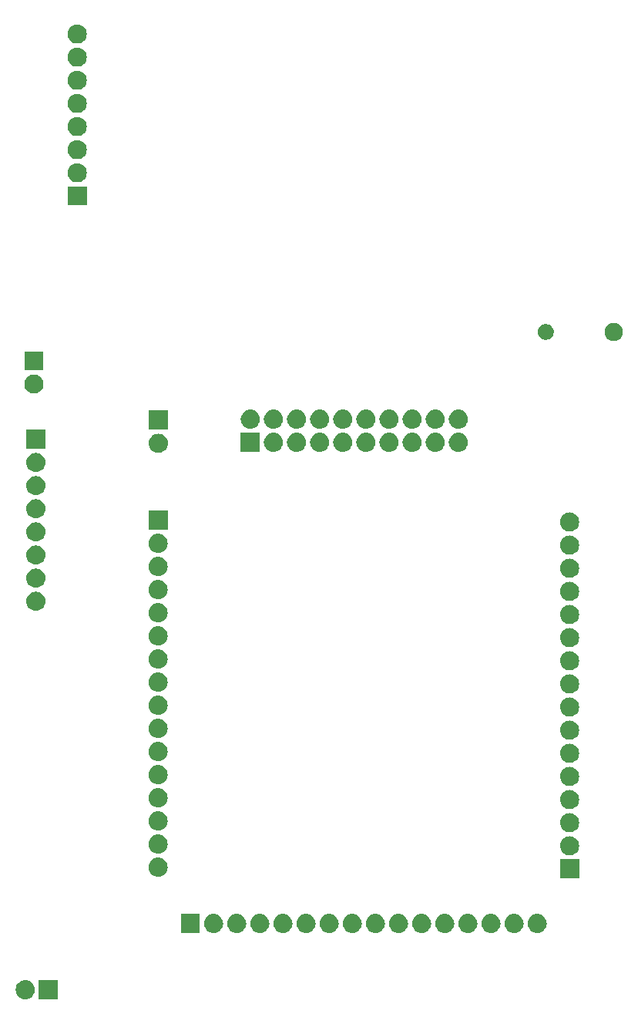
<source format=gbr>
G04 #@! TF.GenerationSoftware,KiCad,Pcbnew,5.0.2-bee76a0~70~ubuntu18.04.1*
G04 #@! TF.CreationDate,2019-04-16T21:06:36-07:00*
G04 #@! TF.ProjectId,habiv-board,68616269-762d-4626-9f61-72642e6b6963,rev?*
G04 #@! TF.SameCoordinates,Original*
G04 #@! TF.FileFunction,Soldermask,Bot*
G04 #@! TF.FilePolarity,Negative*
%FSLAX46Y46*%
G04 Gerber Fmt 4.6, Leading zero omitted, Abs format (unit mm)*
G04 Created by KiCad (PCBNEW 5.0.2-bee76a0~70~ubuntu18.04.1) date Tue 16 Apr 2019 09:06:36 PM PDT*
%MOMM*%
%LPD*%
G01*
G04 APERTURE LIST*
%ADD10C,0.100000*%
G04 APERTURE END LIST*
D10*
G36*
X111276000Y-127074000D02*
X109176000Y-127074000D01*
X109176000Y-124974000D01*
X111276000Y-124974000D01*
X111276000Y-127074000D01*
X111276000Y-127074000D01*
G37*
G36*
X107814707Y-124981597D02*
X107891836Y-124989193D01*
X108023787Y-125029220D01*
X108089763Y-125049233D01*
X108272172Y-125146733D01*
X108432054Y-125277946D01*
X108563267Y-125437828D01*
X108660767Y-125620237D01*
X108660767Y-125620238D01*
X108720807Y-125818164D01*
X108741080Y-126024000D01*
X108720807Y-126229836D01*
X108680780Y-126361787D01*
X108660767Y-126427763D01*
X108563267Y-126610172D01*
X108432054Y-126770054D01*
X108272172Y-126901267D01*
X108089763Y-126998767D01*
X108023787Y-127018780D01*
X107891836Y-127058807D01*
X107814707Y-127066404D01*
X107737580Y-127074000D01*
X107634420Y-127074000D01*
X107557293Y-127066404D01*
X107480164Y-127058807D01*
X107348213Y-127018780D01*
X107282237Y-126998767D01*
X107099828Y-126901267D01*
X106939946Y-126770054D01*
X106808733Y-126610172D01*
X106711233Y-126427763D01*
X106691220Y-126361787D01*
X106651193Y-126229836D01*
X106630920Y-126024000D01*
X106651193Y-125818164D01*
X106711233Y-125620238D01*
X106711233Y-125620237D01*
X106808733Y-125437828D01*
X106939946Y-125277946D01*
X107099828Y-125146733D01*
X107282237Y-125049233D01*
X107348213Y-125029220D01*
X107480164Y-124989193D01*
X107557293Y-124981597D01*
X107634420Y-124974000D01*
X107737580Y-124974000D01*
X107814707Y-124981597D01*
X107814707Y-124981597D01*
G37*
G36*
X161518194Y-117716084D02*
X161595323Y-117723681D01*
X161727274Y-117763708D01*
X161793250Y-117783721D01*
X161975659Y-117881221D01*
X162135541Y-118012434D01*
X162266754Y-118172316D01*
X162364254Y-118354725D01*
X162364254Y-118354726D01*
X162424294Y-118552652D01*
X162444567Y-118758488D01*
X162424294Y-118964324D01*
X162384267Y-119096275D01*
X162364254Y-119162251D01*
X162266754Y-119344660D01*
X162135541Y-119504542D01*
X161975659Y-119635755D01*
X161793250Y-119733255D01*
X161727274Y-119753268D01*
X161595323Y-119793295D01*
X161518194Y-119800891D01*
X161441067Y-119808488D01*
X161337907Y-119808488D01*
X161260780Y-119800891D01*
X161183651Y-119793295D01*
X161051700Y-119753268D01*
X160985724Y-119733255D01*
X160803315Y-119635755D01*
X160643433Y-119504542D01*
X160512220Y-119344660D01*
X160414720Y-119162251D01*
X160394707Y-119096275D01*
X160354680Y-118964324D01*
X160334407Y-118758488D01*
X160354680Y-118552652D01*
X160414720Y-118354726D01*
X160414720Y-118354725D01*
X160512220Y-118172316D01*
X160643433Y-118012434D01*
X160803315Y-117881221D01*
X160985724Y-117783721D01*
X161051700Y-117763708D01*
X161183651Y-117723681D01*
X161260780Y-117716084D01*
X161337907Y-117708488D01*
X161441067Y-117708488D01*
X161518194Y-117716084D01*
X161518194Y-117716084D01*
G37*
G36*
X128498194Y-117716084D02*
X128575323Y-117723681D01*
X128707274Y-117763708D01*
X128773250Y-117783721D01*
X128955659Y-117881221D01*
X129115541Y-118012434D01*
X129246754Y-118172316D01*
X129344254Y-118354725D01*
X129344254Y-118354726D01*
X129404294Y-118552652D01*
X129424567Y-118758488D01*
X129404294Y-118964324D01*
X129364267Y-119096275D01*
X129344254Y-119162251D01*
X129246754Y-119344660D01*
X129115541Y-119504542D01*
X128955659Y-119635755D01*
X128773250Y-119733255D01*
X128707274Y-119753268D01*
X128575323Y-119793295D01*
X128498194Y-119800891D01*
X128421067Y-119808488D01*
X128317907Y-119808488D01*
X128240780Y-119800891D01*
X128163651Y-119793295D01*
X128031700Y-119753268D01*
X127965724Y-119733255D01*
X127783315Y-119635755D01*
X127623433Y-119504542D01*
X127492220Y-119344660D01*
X127394720Y-119162251D01*
X127374707Y-119096275D01*
X127334680Y-118964324D01*
X127314407Y-118758488D01*
X127334680Y-118552652D01*
X127394720Y-118354726D01*
X127394720Y-118354725D01*
X127492220Y-118172316D01*
X127623433Y-118012434D01*
X127783315Y-117881221D01*
X127965724Y-117783721D01*
X128031700Y-117763708D01*
X128163651Y-117723681D01*
X128240780Y-117716084D01*
X128317907Y-117708488D01*
X128421067Y-117708488D01*
X128498194Y-117716084D01*
X128498194Y-117716084D01*
G37*
G36*
X136118194Y-117716084D02*
X136195323Y-117723681D01*
X136327274Y-117763708D01*
X136393250Y-117783721D01*
X136575659Y-117881221D01*
X136735541Y-118012434D01*
X136866754Y-118172316D01*
X136964254Y-118354725D01*
X136964254Y-118354726D01*
X137024294Y-118552652D01*
X137044567Y-118758488D01*
X137024294Y-118964324D01*
X136984267Y-119096275D01*
X136964254Y-119162251D01*
X136866754Y-119344660D01*
X136735541Y-119504542D01*
X136575659Y-119635755D01*
X136393250Y-119733255D01*
X136327274Y-119753268D01*
X136195323Y-119793295D01*
X136118194Y-119800891D01*
X136041067Y-119808488D01*
X135937907Y-119808488D01*
X135860780Y-119800891D01*
X135783651Y-119793295D01*
X135651700Y-119753268D01*
X135585724Y-119733255D01*
X135403315Y-119635755D01*
X135243433Y-119504542D01*
X135112220Y-119344660D01*
X135014720Y-119162251D01*
X134994707Y-119096275D01*
X134954680Y-118964324D01*
X134934407Y-118758488D01*
X134954680Y-118552652D01*
X135014720Y-118354726D01*
X135014720Y-118354725D01*
X135112220Y-118172316D01*
X135243433Y-118012434D01*
X135403315Y-117881221D01*
X135585724Y-117783721D01*
X135651700Y-117763708D01*
X135783651Y-117723681D01*
X135860780Y-117716084D01*
X135937907Y-117708488D01*
X136041067Y-117708488D01*
X136118194Y-117716084D01*
X136118194Y-117716084D01*
G37*
G36*
X133578194Y-117716084D02*
X133655323Y-117723681D01*
X133787274Y-117763708D01*
X133853250Y-117783721D01*
X134035659Y-117881221D01*
X134195541Y-118012434D01*
X134326754Y-118172316D01*
X134424254Y-118354725D01*
X134424254Y-118354726D01*
X134484294Y-118552652D01*
X134504567Y-118758488D01*
X134484294Y-118964324D01*
X134444267Y-119096275D01*
X134424254Y-119162251D01*
X134326754Y-119344660D01*
X134195541Y-119504542D01*
X134035659Y-119635755D01*
X133853250Y-119733255D01*
X133787274Y-119753268D01*
X133655323Y-119793295D01*
X133578194Y-119800891D01*
X133501067Y-119808488D01*
X133397907Y-119808488D01*
X133320780Y-119800891D01*
X133243651Y-119793295D01*
X133111700Y-119753268D01*
X133045724Y-119733255D01*
X132863315Y-119635755D01*
X132703433Y-119504542D01*
X132572220Y-119344660D01*
X132474720Y-119162251D01*
X132454707Y-119096275D01*
X132414680Y-118964324D01*
X132394407Y-118758488D01*
X132414680Y-118552652D01*
X132474720Y-118354726D01*
X132474720Y-118354725D01*
X132572220Y-118172316D01*
X132703433Y-118012434D01*
X132863315Y-117881221D01*
X133045724Y-117783721D01*
X133111700Y-117763708D01*
X133243651Y-117723681D01*
X133320780Y-117716084D01*
X133397907Y-117708488D01*
X133501067Y-117708488D01*
X133578194Y-117716084D01*
X133578194Y-117716084D01*
G37*
G36*
X131038194Y-117716084D02*
X131115323Y-117723681D01*
X131247274Y-117763708D01*
X131313250Y-117783721D01*
X131495659Y-117881221D01*
X131655541Y-118012434D01*
X131786754Y-118172316D01*
X131884254Y-118354725D01*
X131884254Y-118354726D01*
X131944294Y-118552652D01*
X131964567Y-118758488D01*
X131944294Y-118964324D01*
X131904267Y-119096275D01*
X131884254Y-119162251D01*
X131786754Y-119344660D01*
X131655541Y-119504542D01*
X131495659Y-119635755D01*
X131313250Y-119733255D01*
X131247274Y-119753268D01*
X131115323Y-119793295D01*
X131038194Y-119800891D01*
X130961067Y-119808488D01*
X130857907Y-119808488D01*
X130780780Y-119800891D01*
X130703651Y-119793295D01*
X130571700Y-119753268D01*
X130505724Y-119733255D01*
X130323315Y-119635755D01*
X130163433Y-119504542D01*
X130032220Y-119344660D01*
X129934720Y-119162251D01*
X129914707Y-119096275D01*
X129874680Y-118964324D01*
X129854407Y-118758488D01*
X129874680Y-118552652D01*
X129934720Y-118354726D01*
X129934720Y-118354725D01*
X130032220Y-118172316D01*
X130163433Y-118012434D01*
X130323315Y-117881221D01*
X130505724Y-117783721D01*
X130571700Y-117763708D01*
X130703651Y-117723681D01*
X130780780Y-117716084D01*
X130857907Y-117708488D01*
X130961067Y-117708488D01*
X131038194Y-117716084D01*
X131038194Y-117716084D01*
G37*
G36*
X164058194Y-117716084D02*
X164135323Y-117723681D01*
X164267274Y-117763708D01*
X164333250Y-117783721D01*
X164515659Y-117881221D01*
X164675541Y-118012434D01*
X164806754Y-118172316D01*
X164904254Y-118354725D01*
X164904254Y-118354726D01*
X164964294Y-118552652D01*
X164984567Y-118758488D01*
X164964294Y-118964324D01*
X164924267Y-119096275D01*
X164904254Y-119162251D01*
X164806754Y-119344660D01*
X164675541Y-119504542D01*
X164515659Y-119635755D01*
X164333250Y-119733255D01*
X164267274Y-119753268D01*
X164135323Y-119793295D01*
X164058194Y-119800891D01*
X163981067Y-119808488D01*
X163877907Y-119808488D01*
X163800780Y-119800891D01*
X163723651Y-119793295D01*
X163591700Y-119753268D01*
X163525724Y-119733255D01*
X163343315Y-119635755D01*
X163183433Y-119504542D01*
X163052220Y-119344660D01*
X162954720Y-119162251D01*
X162934707Y-119096275D01*
X162894680Y-118964324D01*
X162874407Y-118758488D01*
X162894680Y-118552652D01*
X162954720Y-118354726D01*
X162954720Y-118354725D01*
X163052220Y-118172316D01*
X163183433Y-118012434D01*
X163343315Y-117881221D01*
X163525724Y-117783721D01*
X163591700Y-117763708D01*
X163723651Y-117723681D01*
X163800780Y-117716084D01*
X163877907Y-117708488D01*
X163981067Y-117708488D01*
X164058194Y-117716084D01*
X164058194Y-117716084D01*
G37*
G36*
X158978194Y-117716084D02*
X159055323Y-117723681D01*
X159187274Y-117763708D01*
X159253250Y-117783721D01*
X159435659Y-117881221D01*
X159595541Y-118012434D01*
X159726754Y-118172316D01*
X159824254Y-118354725D01*
X159824254Y-118354726D01*
X159884294Y-118552652D01*
X159904567Y-118758488D01*
X159884294Y-118964324D01*
X159844267Y-119096275D01*
X159824254Y-119162251D01*
X159726754Y-119344660D01*
X159595541Y-119504542D01*
X159435659Y-119635755D01*
X159253250Y-119733255D01*
X159187274Y-119753268D01*
X159055323Y-119793295D01*
X158978194Y-119800891D01*
X158901067Y-119808488D01*
X158797907Y-119808488D01*
X158720780Y-119800891D01*
X158643651Y-119793295D01*
X158511700Y-119753268D01*
X158445724Y-119733255D01*
X158263315Y-119635755D01*
X158103433Y-119504542D01*
X157972220Y-119344660D01*
X157874720Y-119162251D01*
X157854707Y-119096275D01*
X157814680Y-118964324D01*
X157794407Y-118758488D01*
X157814680Y-118552652D01*
X157874720Y-118354726D01*
X157874720Y-118354725D01*
X157972220Y-118172316D01*
X158103433Y-118012434D01*
X158263315Y-117881221D01*
X158445724Y-117783721D01*
X158511700Y-117763708D01*
X158643651Y-117723681D01*
X158720780Y-117716084D01*
X158797907Y-117708488D01*
X158901067Y-117708488D01*
X158978194Y-117716084D01*
X158978194Y-117716084D01*
G37*
G36*
X156438194Y-117716084D02*
X156515323Y-117723681D01*
X156647274Y-117763708D01*
X156713250Y-117783721D01*
X156895659Y-117881221D01*
X157055541Y-118012434D01*
X157186754Y-118172316D01*
X157284254Y-118354725D01*
X157284254Y-118354726D01*
X157344294Y-118552652D01*
X157364567Y-118758488D01*
X157344294Y-118964324D01*
X157304267Y-119096275D01*
X157284254Y-119162251D01*
X157186754Y-119344660D01*
X157055541Y-119504542D01*
X156895659Y-119635755D01*
X156713250Y-119733255D01*
X156647274Y-119753268D01*
X156515323Y-119793295D01*
X156438194Y-119800891D01*
X156361067Y-119808488D01*
X156257907Y-119808488D01*
X156180780Y-119800891D01*
X156103651Y-119793295D01*
X155971700Y-119753268D01*
X155905724Y-119733255D01*
X155723315Y-119635755D01*
X155563433Y-119504542D01*
X155432220Y-119344660D01*
X155334720Y-119162251D01*
X155314707Y-119096275D01*
X155274680Y-118964324D01*
X155254407Y-118758488D01*
X155274680Y-118552652D01*
X155334720Y-118354726D01*
X155334720Y-118354725D01*
X155432220Y-118172316D01*
X155563433Y-118012434D01*
X155723315Y-117881221D01*
X155905724Y-117783721D01*
X155971700Y-117763708D01*
X156103651Y-117723681D01*
X156180780Y-117716084D01*
X156257907Y-117708488D01*
X156361067Y-117708488D01*
X156438194Y-117716084D01*
X156438194Y-117716084D01*
G37*
G36*
X153898194Y-117716084D02*
X153975323Y-117723681D01*
X154107274Y-117763708D01*
X154173250Y-117783721D01*
X154355659Y-117881221D01*
X154515541Y-118012434D01*
X154646754Y-118172316D01*
X154744254Y-118354725D01*
X154744254Y-118354726D01*
X154804294Y-118552652D01*
X154824567Y-118758488D01*
X154804294Y-118964324D01*
X154764267Y-119096275D01*
X154744254Y-119162251D01*
X154646754Y-119344660D01*
X154515541Y-119504542D01*
X154355659Y-119635755D01*
X154173250Y-119733255D01*
X154107274Y-119753268D01*
X153975323Y-119793295D01*
X153898194Y-119800891D01*
X153821067Y-119808488D01*
X153717907Y-119808488D01*
X153640780Y-119800891D01*
X153563651Y-119793295D01*
X153431700Y-119753268D01*
X153365724Y-119733255D01*
X153183315Y-119635755D01*
X153023433Y-119504542D01*
X152892220Y-119344660D01*
X152794720Y-119162251D01*
X152774707Y-119096275D01*
X152734680Y-118964324D01*
X152714407Y-118758488D01*
X152734680Y-118552652D01*
X152794720Y-118354726D01*
X152794720Y-118354725D01*
X152892220Y-118172316D01*
X153023433Y-118012434D01*
X153183315Y-117881221D01*
X153365724Y-117783721D01*
X153431700Y-117763708D01*
X153563651Y-117723681D01*
X153640780Y-117716084D01*
X153717907Y-117708488D01*
X153821067Y-117708488D01*
X153898194Y-117716084D01*
X153898194Y-117716084D01*
G37*
G36*
X151358194Y-117716084D02*
X151435323Y-117723681D01*
X151567274Y-117763708D01*
X151633250Y-117783721D01*
X151815659Y-117881221D01*
X151975541Y-118012434D01*
X152106754Y-118172316D01*
X152204254Y-118354725D01*
X152204254Y-118354726D01*
X152264294Y-118552652D01*
X152284567Y-118758488D01*
X152264294Y-118964324D01*
X152224267Y-119096275D01*
X152204254Y-119162251D01*
X152106754Y-119344660D01*
X151975541Y-119504542D01*
X151815659Y-119635755D01*
X151633250Y-119733255D01*
X151567274Y-119753268D01*
X151435323Y-119793295D01*
X151358194Y-119800891D01*
X151281067Y-119808488D01*
X151177907Y-119808488D01*
X151100780Y-119800891D01*
X151023651Y-119793295D01*
X150891700Y-119753268D01*
X150825724Y-119733255D01*
X150643315Y-119635755D01*
X150483433Y-119504542D01*
X150352220Y-119344660D01*
X150254720Y-119162251D01*
X150234707Y-119096275D01*
X150194680Y-118964324D01*
X150174407Y-118758488D01*
X150194680Y-118552652D01*
X150254720Y-118354726D01*
X150254720Y-118354725D01*
X150352220Y-118172316D01*
X150483433Y-118012434D01*
X150643315Y-117881221D01*
X150825724Y-117783721D01*
X150891700Y-117763708D01*
X151023651Y-117723681D01*
X151100780Y-117716084D01*
X151177907Y-117708488D01*
X151281067Y-117708488D01*
X151358194Y-117716084D01*
X151358194Y-117716084D01*
G37*
G36*
X148818194Y-117716084D02*
X148895323Y-117723681D01*
X149027274Y-117763708D01*
X149093250Y-117783721D01*
X149275659Y-117881221D01*
X149435541Y-118012434D01*
X149566754Y-118172316D01*
X149664254Y-118354725D01*
X149664254Y-118354726D01*
X149724294Y-118552652D01*
X149744567Y-118758488D01*
X149724294Y-118964324D01*
X149684267Y-119096275D01*
X149664254Y-119162251D01*
X149566754Y-119344660D01*
X149435541Y-119504542D01*
X149275659Y-119635755D01*
X149093250Y-119733255D01*
X149027274Y-119753268D01*
X148895323Y-119793295D01*
X148818194Y-119800891D01*
X148741067Y-119808488D01*
X148637907Y-119808488D01*
X148560780Y-119800891D01*
X148483651Y-119793295D01*
X148351700Y-119753268D01*
X148285724Y-119733255D01*
X148103315Y-119635755D01*
X147943433Y-119504542D01*
X147812220Y-119344660D01*
X147714720Y-119162251D01*
X147694707Y-119096275D01*
X147654680Y-118964324D01*
X147634407Y-118758488D01*
X147654680Y-118552652D01*
X147714720Y-118354726D01*
X147714720Y-118354725D01*
X147812220Y-118172316D01*
X147943433Y-118012434D01*
X148103315Y-117881221D01*
X148285724Y-117783721D01*
X148351700Y-117763708D01*
X148483651Y-117723681D01*
X148560780Y-117716084D01*
X148637907Y-117708488D01*
X148741067Y-117708488D01*
X148818194Y-117716084D01*
X148818194Y-117716084D01*
G37*
G36*
X146278194Y-117716084D02*
X146355323Y-117723681D01*
X146487274Y-117763708D01*
X146553250Y-117783721D01*
X146735659Y-117881221D01*
X146895541Y-118012434D01*
X147026754Y-118172316D01*
X147124254Y-118354725D01*
X147124254Y-118354726D01*
X147184294Y-118552652D01*
X147204567Y-118758488D01*
X147184294Y-118964324D01*
X147144267Y-119096275D01*
X147124254Y-119162251D01*
X147026754Y-119344660D01*
X146895541Y-119504542D01*
X146735659Y-119635755D01*
X146553250Y-119733255D01*
X146487274Y-119753268D01*
X146355323Y-119793295D01*
X146278194Y-119800891D01*
X146201067Y-119808488D01*
X146097907Y-119808488D01*
X146020780Y-119800891D01*
X145943651Y-119793295D01*
X145811700Y-119753268D01*
X145745724Y-119733255D01*
X145563315Y-119635755D01*
X145403433Y-119504542D01*
X145272220Y-119344660D01*
X145174720Y-119162251D01*
X145154707Y-119096275D01*
X145114680Y-118964324D01*
X145094407Y-118758488D01*
X145114680Y-118552652D01*
X145174720Y-118354726D01*
X145174720Y-118354725D01*
X145272220Y-118172316D01*
X145403433Y-118012434D01*
X145563315Y-117881221D01*
X145745724Y-117783721D01*
X145811700Y-117763708D01*
X145943651Y-117723681D01*
X146020780Y-117716084D01*
X146097907Y-117708488D01*
X146201067Y-117708488D01*
X146278194Y-117716084D01*
X146278194Y-117716084D01*
G37*
G36*
X143738194Y-117716084D02*
X143815323Y-117723681D01*
X143947274Y-117763708D01*
X144013250Y-117783721D01*
X144195659Y-117881221D01*
X144355541Y-118012434D01*
X144486754Y-118172316D01*
X144584254Y-118354725D01*
X144584254Y-118354726D01*
X144644294Y-118552652D01*
X144664567Y-118758488D01*
X144644294Y-118964324D01*
X144604267Y-119096275D01*
X144584254Y-119162251D01*
X144486754Y-119344660D01*
X144355541Y-119504542D01*
X144195659Y-119635755D01*
X144013250Y-119733255D01*
X143947274Y-119753268D01*
X143815323Y-119793295D01*
X143738194Y-119800891D01*
X143661067Y-119808488D01*
X143557907Y-119808488D01*
X143480780Y-119800891D01*
X143403651Y-119793295D01*
X143271700Y-119753268D01*
X143205724Y-119733255D01*
X143023315Y-119635755D01*
X142863433Y-119504542D01*
X142732220Y-119344660D01*
X142634720Y-119162251D01*
X142614707Y-119096275D01*
X142574680Y-118964324D01*
X142554407Y-118758488D01*
X142574680Y-118552652D01*
X142634720Y-118354726D01*
X142634720Y-118354725D01*
X142732220Y-118172316D01*
X142863433Y-118012434D01*
X143023315Y-117881221D01*
X143205724Y-117783721D01*
X143271700Y-117763708D01*
X143403651Y-117723681D01*
X143480780Y-117716084D01*
X143557907Y-117708488D01*
X143661067Y-117708488D01*
X143738194Y-117716084D01*
X143738194Y-117716084D01*
G37*
G36*
X141198194Y-117716084D02*
X141275323Y-117723681D01*
X141407274Y-117763708D01*
X141473250Y-117783721D01*
X141655659Y-117881221D01*
X141815541Y-118012434D01*
X141946754Y-118172316D01*
X142044254Y-118354725D01*
X142044254Y-118354726D01*
X142104294Y-118552652D01*
X142124567Y-118758488D01*
X142104294Y-118964324D01*
X142064267Y-119096275D01*
X142044254Y-119162251D01*
X141946754Y-119344660D01*
X141815541Y-119504542D01*
X141655659Y-119635755D01*
X141473250Y-119733255D01*
X141407274Y-119753268D01*
X141275323Y-119793295D01*
X141198194Y-119800891D01*
X141121067Y-119808488D01*
X141017907Y-119808488D01*
X140940780Y-119800891D01*
X140863651Y-119793295D01*
X140731700Y-119753268D01*
X140665724Y-119733255D01*
X140483315Y-119635755D01*
X140323433Y-119504542D01*
X140192220Y-119344660D01*
X140094720Y-119162251D01*
X140074707Y-119096275D01*
X140034680Y-118964324D01*
X140014407Y-118758488D01*
X140034680Y-118552652D01*
X140094720Y-118354726D01*
X140094720Y-118354725D01*
X140192220Y-118172316D01*
X140323433Y-118012434D01*
X140483315Y-117881221D01*
X140665724Y-117783721D01*
X140731700Y-117763708D01*
X140863651Y-117723681D01*
X140940780Y-117716084D01*
X141017907Y-117708488D01*
X141121067Y-117708488D01*
X141198194Y-117716084D01*
X141198194Y-117716084D01*
G37*
G36*
X138658194Y-117716084D02*
X138735323Y-117723681D01*
X138867274Y-117763708D01*
X138933250Y-117783721D01*
X139115659Y-117881221D01*
X139275541Y-118012434D01*
X139406754Y-118172316D01*
X139504254Y-118354725D01*
X139504254Y-118354726D01*
X139564294Y-118552652D01*
X139584567Y-118758488D01*
X139564294Y-118964324D01*
X139524267Y-119096275D01*
X139504254Y-119162251D01*
X139406754Y-119344660D01*
X139275541Y-119504542D01*
X139115659Y-119635755D01*
X138933250Y-119733255D01*
X138867274Y-119753268D01*
X138735323Y-119793295D01*
X138658194Y-119800891D01*
X138581067Y-119808488D01*
X138477907Y-119808488D01*
X138400780Y-119800891D01*
X138323651Y-119793295D01*
X138191700Y-119753268D01*
X138125724Y-119733255D01*
X137943315Y-119635755D01*
X137783433Y-119504542D01*
X137652220Y-119344660D01*
X137554720Y-119162251D01*
X137534707Y-119096275D01*
X137494680Y-118964324D01*
X137474407Y-118758488D01*
X137494680Y-118552652D01*
X137554720Y-118354726D01*
X137554720Y-118354725D01*
X137652220Y-118172316D01*
X137783433Y-118012434D01*
X137943315Y-117881221D01*
X138125724Y-117783721D01*
X138191700Y-117763708D01*
X138323651Y-117723681D01*
X138400780Y-117716084D01*
X138477907Y-117708488D01*
X138581067Y-117708488D01*
X138658194Y-117716084D01*
X138658194Y-117716084D01*
G37*
G36*
X126879487Y-119808488D02*
X124779487Y-119808488D01*
X124779487Y-117708488D01*
X126879487Y-117708488D01*
X126879487Y-119808488D01*
X126879487Y-119808488D01*
G37*
G36*
X168550727Y-113824248D02*
X166450727Y-113824248D01*
X166450727Y-111724248D01*
X168550727Y-111724248D01*
X168550727Y-113824248D01*
X168550727Y-113824248D01*
G37*
G36*
X122407274Y-111538805D02*
X122484403Y-111546401D01*
X122616354Y-111586428D01*
X122682330Y-111606441D01*
X122864739Y-111703941D01*
X123024621Y-111835154D01*
X123155834Y-111995036D01*
X123253334Y-112177445D01*
X123253334Y-112177446D01*
X123313374Y-112375372D01*
X123333647Y-112581208D01*
X123313374Y-112787044D01*
X123273347Y-112918995D01*
X123253334Y-112984971D01*
X123155834Y-113167380D01*
X123024621Y-113327262D01*
X122864739Y-113458475D01*
X122682330Y-113555975D01*
X122616354Y-113575988D01*
X122484403Y-113616015D01*
X122407274Y-113623611D01*
X122330147Y-113631208D01*
X122226987Y-113631208D01*
X122149860Y-113623611D01*
X122072731Y-113616015D01*
X121940780Y-113575988D01*
X121874804Y-113555975D01*
X121692395Y-113458475D01*
X121532513Y-113327262D01*
X121401300Y-113167380D01*
X121303800Y-112984971D01*
X121283787Y-112918995D01*
X121243760Y-112787044D01*
X121223487Y-112581208D01*
X121243760Y-112375372D01*
X121303800Y-112177446D01*
X121303800Y-112177445D01*
X121401300Y-111995036D01*
X121532513Y-111835154D01*
X121692395Y-111703941D01*
X121874804Y-111606441D01*
X121940780Y-111586428D01*
X122072731Y-111546401D01*
X122149860Y-111538805D01*
X122226987Y-111531208D01*
X122330147Y-111531208D01*
X122407274Y-111538805D01*
X122407274Y-111538805D01*
G37*
G36*
X167629434Y-109191845D02*
X167706563Y-109199441D01*
X167838514Y-109239468D01*
X167904490Y-109259481D01*
X168086899Y-109356981D01*
X168246781Y-109488194D01*
X168377994Y-109648076D01*
X168475494Y-109830485D01*
X168475494Y-109830486D01*
X168535534Y-110028412D01*
X168555807Y-110234248D01*
X168535534Y-110440084D01*
X168495507Y-110572035D01*
X168475494Y-110638011D01*
X168377994Y-110820420D01*
X168246781Y-110980302D01*
X168086899Y-111111515D01*
X167904490Y-111209015D01*
X167838514Y-111229028D01*
X167706563Y-111269055D01*
X167629434Y-111276651D01*
X167552307Y-111284248D01*
X167449147Y-111284248D01*
X167372020Y-111276651D01*
X167294891Y-111269055D01*
X167162940Y-111229028D01*
X167096964Y-111209015D01*
X166914555Y-111111515D01*
X166754673Y-110980302D01*
X166623460Y-110820420D01*
X166525960Y-110638011D01*
X166505947Y-110572035D01*
X166465920Y-110440084D01*
X166445647Y-110234248D01*
X166465920Y-110028412D01*
X166525960Y-109830486D01*
X166525960Y-109830485D01*
X166623460Y-109648076D01*
X166754673Y-109488194D01*
X166914555Y-109356981D01*
X167096964Y-109259481D01*
X167162940Y-109239468D01*
X167294891Y-109199441D01*
X167372020Y-109191845D01*
X167449147Y-109184248D01*
X167552307Y-109184248D01*
X167629434Y-109191845D01*
X167629434Y-109191845D01*
G37*
G36*
X122407274Y-108998805D02*
X122484403Y-109006401D01*
X122616354Y-109046428D01*
X122682330Y-109066441D01*
X122864739Y-109163941D01*
X123024621Y-109295154D01*
X123155834Y-109455036D01*
X123253334Y-109637445D01*
X123253334Y-109637446D01*
X123313374Y-109835372D01*
X123333647Y-110041208D01*
X123313374Y-110247044D01*
X123273347Y-110378995D01*
X123253334Y-110444971D01*
X123155834Y-110627380D01*
X123024621Y-110787262D01*
X122864739Y-110918475D01*
X122682330Y-111015975D01*
X122616354Y-111035988D01*
X122484403Y-111076015D01*
X122407274Y-111083611D01*
X122330147Y-111091208D01*
X122226987Y-111091208D01*
X122149860Y-111083611D01*
X122072731Y-111076015D01*
X121940780Y-111035988D01*
X121874804Y-111015975D01*
X121692395Y-110918475D01*
X121532513Y-110787262D01*
X121401300Y-110627380D01*
X121303800Y-110444971D01*
X121283787Y-110378995D01*
X121243760Y-110247044D01*
X121223487Y-110041208D01*
X121243760Y-109835372D01*
X121303800Y-109637446D01*
X121303800Y-109637445D01*
X121401300Y-109455036D01*
X121532513Y-109295154D01*
X121692395Y-109163941D01*
X121874804Y-109066441D01*
X121940780Y-109046428D01*
X122072731Y-109006401D01*
X122149860Y-108998805D01*
X122226987Y-108991208D01*
X122330147Y-108991208D01*
X122407274Y-108998805D01*
X122407274Y-108998805D01*
G37*
G36*
X167629434Y-106651845D02*
X167706563Y-106659441D01*
X167838514Y-106699468D01*
X167904490Y-106719481D01*
X168086899Y-106816981D01*
X168246781Y-106948194D01*
X168377994Y-107108076D01*
X168475494Y-107290485D01*
X168475494Y-107290486D01*
X168535534Y-107488412D01*
X168555807Y-107694248D01*
X168535534Y-107900084D01*
X168495507Y-108032035D01*
X168475494Y-108098011D01*
X168377994Y-108280420D01*
X168246781Y-108440302D01*
X168086899Y-108571515D01*
X167904490Y-108669015D01*
X167838514Y-108689028D01*
X167706563Y-108729055D01*
X167629434Y-108736651D01*
X167552307Y-108744248D01*
X167449147Y-108744248D01*
X167372020Y-108736651D01*
X167294891Y-108729055D01*
X167162940Y-108689028D01*
X167096964Y-108669015D01*
X166914555Y-108571515D01*
X166754673Y-108440302D01*
X166623460Y-108280420D01*
X166525960Y-108098011D01*
X166505947Y-108032035D01*
X166465920Y-107900084D01*
X166445647Y-107694248D01*
X166465920Y-107488412D01*
X166525960Y-107290486D01*
X166525960Y-107290485D01*
X166623460Y-107108076D01*
X166754673Y-106948194D01*
X166914555Y-106816981D01*
X167096964Y-106719481D01*
X167162940Y-106699468D01*
X167294891Y-106659441D01*
X167372020Y-106651845D01*
X167449147Y-106644248D01*
X167552307Y-106644248D01*
X167629434Y-106651845D01*
X167629434Y-106651845D01*
G37*
G36*
X122407274Y-106458805D02*
X122484403Y-106466401D01*
X122616354Y-106506428D01*
X122682330Y-106526441D01*
X122864739Y-106623941D01*
X123024621Y-106755154D01*
X123155834Y-106915036D01*
X123253334Y-107097445D01*
X123253334Y-107097446D01*
X123313374Y-107295372D01*
X123333647Y-107501208D01*
X123313374Y-107707044D01*
X123273347Y-107838995D01*
X123253334Y-107904971D01*
X123155834Y-108087380D01*
X123024621Y-108247262D01*
X122864739Y-108378475D01*
X122682330Y-108475975D01*
X122616354Y-108495988D01*
X122484403Y-108536015D01*
X122407274Y-108543611D01*
X122330147Y-108551208D01*
X122226987Y-108551208D01*
X122149860Y-108543611D01*
X122072731Y-108536015D01*
X121940780Y-108495988D01*
X121874804Y-108475975D01*
X121692395Y-108378475D01*
X121532513Y-108247262D01*
X121401300Y-108087380D01*
X121303800Y-107904971D01*
X121283787Y-107838995D01*
X121243760Y-107707044D01*
X121223487Y-107501208D01*
X121243760Y-107295372D01*
X121303800Y-107097446D01*
X121303800Y-107097445D01*
X121401300Y-106915036D01*
X121532513Y-106755154D01*
X121692395Y-106623941D01*
X121874804Y-106526441D01*
X121940780Y-106506428D01*
X122072731Y-106466401D01*
X122149860Y-106458805D01*
X122226987Y-106451208D01*
X122330147Y-106451208D01*
X122407274Y-106458805D01*
X122407274Y-106458805D01*
G37*
G36*
X167629434Y-104111844D02*
X167706563Y-104119441D01*
X167838514Y-104159468D01*
X167904490Y-104179481D01*
X168086899Y-104276981D01*
X168246781Y-104408194D01*
X168377994Y-104568076D01*
X168475494Y-104750485D01*
X168475494Y-104750486D01*
X168535534Y-104948412D01*
X168555807Y-105154248D01*
X168535534Y-105360084D01*
X168495507Y-105492035D01*
X168475494Y-105558011D01*
X168377994Y-105740420D01*
X168246781Y-105900302D01*
X168086899Y-106031515D01*
X167904490Y-106129015D01*
X167838514Y-106149028D01*
X167706563Y-106189055D01*
X167629434Y-106196652D01*
X167552307Y-106204248D01*
X167449147Y-106204248D01*
X167372020Y-106196652D01*
X167294891Y-106189055D01*
X167162940Y-106149028D01*
X167096964Y-106129015D01*
X166914555Y-106031515D01*
X166754673Y-105900302D01*
X166623460Y-105740420D01*
X166525960Y-105558011D01*
X166505947Y-105492035D01*
X166465920Y-105360084D01*
X166445647Y-105154248D01*
X166465920Y-104948412D01*
X166525960Y-104750486D01*
X166525960Y-104750485D01*
X166623460Y-104568076D01*
X166754673Y-104408194D01*
X166914555Y-104276981D01*
X167096964Y-104179481D01*
X167162940Y-104159468D01*
X167294891Y-104119441D01*
X167372020Y-104111845D01*
X167449147Y-104104248D01*
X167552307Y-104104248D01*
X167629434Y-104111844D01*
X167629434Y-104111844D01*
G37*
G36*
X122407274Y-103918804D02*
X122484403Y-103926401D01*
X122616354Y-103966428D01*
X122682330Y-103986441D01*
X122864739Y-104083941D01*
X123024621Y-104215154D01*
X123155834Y-104375036D01*
X123253334Y-104557445D01*
X123253334Y-104557446D01*
X123313374Y-104755372D01*
X123333647Y-104961208D01*
X123313374Y-105167044D01*
X123273347Y-105298995D01*
X123253334Y-105364971D01*
X123155834Y-105547380D01*
X123024621Y-105707262D01*
X122864739Y-105838475D01*
X122682330Y-105935975D01*
X122616354Y-105955988D01*
X122484403Y-105996015D01*
X122407274Y-106003612D01*
X122330147Y-106011208D01*
X122226987Y-106011208D01*
X122149860Y-106003612D01*
X122072731Y-105996015D01*
X121940780Y-105955988D01*
X121874804Y-105935975D01*
X121692395Y-105838475D01*
X121532513Y-105707262D01*
X121401300Y-105547380D01*
X121303800Y-105364971D01*
X121283787Y-105298995D01*
X121243760Y-105167044D01*
X121223487Y-104961208D01*
X121243760Y-104755372D01*
X121303800Y-104557446D01*
X121303800Y-104557445D01*
X121401300Y-104375036D01*
X121532513Y-104215154D01*
X121692395Y-104083941D01*
X121874804Y-103986441D01*
X121940780Y-103966428D01*
X122072731Y-103926401D01*
X122149860Y-103918805D01*
X122226987Y-103911208D01*
X122330147Y-103911208D01*
X122407274Y-103918804D01*
X122407274Y-103918804D01*
G37*
G36*
X167629434Y-101571845D02*
X167706563Y-101579441D01*
X167838514Y-101619468D01*
X167904490Y-101639481D01*
X168086899Y-101736981D01*
X168246781Y-101868194D01*
X168377994Y-102028076D01*
X168475494Y-102210485D01*
X168475494Y-102210486D01*
X168535534Y-102408412D01*
X168555807Y-102614248D01*
X168535534Y-102820084D01*
X168495507Y-102952035D01*
X168475494Y-103018011D01*
X168377994Y-103200420D01*
X168246781Y-103360302D01*
X168086899Y-103491515D01*
X167904490Y-103589015D01*
X167838514Y-103609028D01*
X167706563Y-103649055D01*
X167629434Y-103656652D01*
X167552307Y-103664248D01*
X167449147Y-103664248D01*
X167372020Y-103656652D01*
X167294891Y-103649055D01*
X167162940Y-103609028D01*
X167096964Y-103589015D01*
X166914555Y-103491515D01*
X166754673Y-103360302D01*
X166623460Y-103200420D01*
X166525960Y-103018011D01*
X166505947Y-102952035D01*
X166465920Y-102820084D01*
X166445647Y-102614248D01*
X166465920Y-102408412D01*
X166525960Y-102210486D01*
X166525960Y-102210485D01*
X166623460Y-102028076D01*
X166754673Y-101868194D01*
X166914555Y-101736981D01*
X167096964Y-101639481D01*
X167162940Y-101619468D01*
X167294891Y-101579441D01*
X167372020Y-101571845D01*
X167449147Y-101564248D01*
X167552307Y-101564248D01*
X167629434Y-101571845D01*
X167629434Y-101571845D01*
G37*
G36*
X122407274Y-101378805D02*
X122484403Y-101386401D01*
X122616354Y-101426428D01*
X122682330Y-101446441D01*
X122864739Y-101543941D01*
X123024621Y-101675154D01*
X123155834Y-101835036D01*
X123253334Y-102017445D01*
X123253334Y-102017446D01*
X123313374Y-102215372D01*
X123333647Y-102421208D01*
X123313374Y-102627044D01*
X123273347Y-102758995D01*
X123253334Y-102824971D01*
X123155834Y-103007380D01*
X123024621Y-103167262D01*
X122864739Y-103298475D01*
X122682330Y-103395975D01*
X122616354Y-103415988D01*
X122484403Y-103456015D01*
X122407274Y-103463611D01*
X122330147Y-103471208D01*
X122226987Y-103471208D01*
X122149860Y-103463612D01*
X122072731Y-103456015D01*
X121940780Y-103415988D01*
X121874804Y-103395975D01*
X121692395Y-103298475D01*
X121532513Y-103167262D01*
X121401300Y-103007380D01*
X121303800Y-102824971D01*
X121283787Y-102758995D01*
X121243760Y-102627044D01*
X121223487Y-102421208D01*
X121243760Y-102215372D01*
X121303800Y-102017446D01*
X121303800Y-102017445D01*
X121401300Y-101835036D01*
X121532513Y-101675154D01*
X121692395Y-101543941D01*
X121874804Y-101446441D01*
X121940780Y-101426428D01*
X122072731Y-101386401D01*
X122149860Y-101378805D01*
X122226987Y-101371208D01*
X122330147Y-101371208D01*
X122407274Y-101378805D01*
X122407274Y-101378805D01*
G37*
G36*
X167629434Y-99031844D02*
X167706563Y-99039441D01*
X167838514Y-99079468D01*
X167904490Y-99099481D01*
X168086899Y-99196981D01*
X168246781Y-99328194D01*
X168377994Y-99488076D01*
X168475494Y-99670485D01*
X168475494Y-99670486D01*
X168535534Y-99868412D01*
X168555807Y-100074248D01*
X168535534Y-100280084D01*
X168495507Y-100412035D01*
X168475494Y-100478011D01*
X168377994Y-100660420D01*
X168246781Y-100820302D01*
X168086899Y-100951515D01*
X167904490Y-101049015D01*
X167838514Y-101069028D01*
X167706563Y-101109055D01*
X167629434Y-101116651D01*
X167552307Y-101124248D01*
X167449147Y-101124248D01*
X167372020Y-101116651D01*
X167294891Y-101109055D01*
X167162940Y-101069028D01*
X167096964Y-101049015D01*
X166914555Y-100951515D01*
X166754673Y-100820302D01*
X166623460Y-100660420D01*
X166525960Y-100478011D01*
X166505947Y-100412035D01*
X166465920Y-100280084D01*
X166445647Y-100074248D01*
X166465920Y-99868412D01*
X166525960Y-99670486D01*
X166525960Y-99670485D01*
X166623460Y-99488076D01*
X166754673Y-99328194D01*
X166914555Y-99196981D01*
X167096964Y-99099481D01*
X167162940Y-99079468D01*
X167294891Y-99039441D01*
X167372020Y-99031844D01*
X167449147Y-99024248D01*
X167552307Y-99024248D01*
X167629434Y-99031844D01*
X167629434Y-99031844D01*
G37*
G36*
X122407274Y-98838804D02*
X122484403Y-98846401D01*
X122616354Y-98886428D01*
X122682330Y-98906441D01*
X122864739Y-99003941D01*
X123024621Y-99135154D01*
X123155834Y-99295036D01*
X123253334Y-99477445D01*
X123253334Y-99477446D01*
X123313374Y-99675372D01*
X123333647Y-99881208D01*
X123313374Y-100087044D01*
X123273347Y-100218995D01*
X123253334Y-100284971D01*
X123155834Y-100467380D01*
X123024621Y-100627262D01*
X122864739Y-100758475D01*
X122682330Y-100855975D01*
X122616354Y-100875988D01*
X122484403Y-100916015D01*
X122407274Y-100923611D01*
X122330147Y-100931208D01*
X122226987Y-100931208D01*
X122149860Y-100923611D01*
X122072731Y-100916015D01*
X121940780Y-100875988D01*
X121874804Y-100855975D01*
X121692395Y-100758475D01*
X121532513Y-100627262D01*
X121401300Y-100467380D01*
X121303800Y-100284971D01*
X121283787Y-100218995D01*
X121243760Y-100087044D01*
X121223487Y-99881208D01*
X121243760Y-99675372D01*
X121303800Y-99477446D01*
X121303800Y-99477445D01*
X121401300Y-99295036D01*
X121532513Y-99135154D01*
X121692395Y-99003941D01*
X121874804Y-98906441D01*
X121940780Y-98886428D01*
X122072731Y-98846401D01*
X122149860Y-98838805D01*
X122226987Y-98831208D01*
X122330147Y-98831208D01*
X122407274Y-98838804D01*
X122407274Y-98838804D01*
G37*
G36*
X167629434Y-96491845D02*
X167706563Y-96499441D01*
X167838514Y-96539468D01*
X167904490Y-96559481D01*
X168086899Y-96656981D01*
X168246781Y-96788194D01*
X168377994Y-96948076D01*
X168475494Y-97130485D01*
X168475494Y-97130486D01*
X168535534Y-97328412D01*
X168555807Y-97534248D01*
X168535534Y-97740084D01*
X168495507Y-97872035D01*
X168475494Y-97938011D01*
X168377994Y-98120420D01*
X168246781Y-98280302D01*
X168086899Y-98411515D01*
X167904490Y-98509015D01*
X167838514Y-98529028D01*
X167706563Y-98569055D01*
X167629434Y-98576652D01*
X167552307Y-98584248D01*
X167449147Y-98584248D01*
X167372020Y-98576652D01*
X167294891Y-98569055D01*
X167162940Y-98529028D01*
X167096964Y-98509015D01*
X166914555Y-98411515D01*
X166754673Y-98280302D01*
X166623460Y-98120420D01*
X166525960Y-97938011D01*
X166505947Y-97872035D01*
X166465920Y-97740084D01*
X166445647Y-97534248D01*
X166465920Y-97328412D01*
X166525960Y-97130486D01*
X166525960Y-97130485D01*
X166623460Y-96948076D01*
X166754673Y-96788194D01*
X166914555Y-96656981D01*
X167096964Y-96559481D01*
X167162940Y-96539468D01*
X167294891Y-96499441D01*
X167372020Y-96491845D01*
X167449147Y-96484248D01*
X167552307Y-96484248D01*
X167629434Y-96491845D01*
X167629434Y-96491845D01*
G37*
G36*
X122407274Y-96298805D02*
X122484403Y-96306401D01*
X122616354Y-96346428D01*
X122682330Y-96366441D01*
X122864739Y-96463941D01*
X123024621Y-96595154D01*
X123155834Y-96755036D01*
X123253334Y-96937445D01*
X123253334Y-96937446D01*
X123313374Y-97135372D01*
X123333647Y-97341208D01*
X123313374Y-97547044D01*
X123273347Y-97678995D01*
X123253334Y-97744971D01*
X123155834Y-97927380D01*
X123024621Y-98087262D01*
X122864739Y-98218475D01*
X122682330Y-98315975D01*
X122616354Y-98335988D01*
X122484403Y-98376015D01*
X122407274Y-98383612D01*
X122330147Y-98391208D01*
X122226987Y-98391208D01*
X122149860Y-98383612D01*
X122072731Y-98376015D01*
X121940780Y-98335988D01*
X121874804Y-98315975D01*
X121692395Y-98218475D01*
X121532513Y-98087262D01*
X121401300Y-97927380D01*
X121303800Y-97744971D01*
X121283787Y-97678995D01*
X121243760Y-97547044D01*
X121223487Y-97341208D01*
X121243760Y-97135372D01*
X121303800Y-96937446D01*
X121303800Y-96937445D01*
X121401300Y-96755036D01*
X121532513Y-96595154D01*
X121692395Y-96463941D01*
X121874804Y-96366441D01*
X121940780Y-96346428D01*
X122072731Y-96306401D01*
X122149860Y-96298805D01*
X122226987Y-96291208D01*
X122330147Y-96291208D01*
X122407274Y-96298805D01*
X122407274Y-96298805D01*
G37*
G36*
X167629434Y-93951844D02*
X167706563Y-93959441D01*
X167838514Y-93999468D01*
X167904490Y-94019481D01*
X168086899Y-94116981D01*
X168246781Y-94248194D01*
X168377994Y-94408076D01*
X168475494Y-94590485D01*
X168475494Y-94590486D01*
X168535534Y-94788412D01*
X168555807Y-94994248D01*
X168535534Y-95200084D01*
X168495507Y-95332035D01*
X168475494Y-95398011D01*
X168377994Y-95580420D01*
X168246781Y-95740302D01*
X168086899Y-95871515D01*
X167904490Y-95969015D01*
X167838514Y-95989028D01*
X167706563Y-96029055D01*
X167629434Y-96036652D01*
X167552307Y-96044248D01*
X167449147Y-96044248D01*
X167372020Y-96036651D01*
X167294891Y-96029055D01*
X167162940Y-95989028D01*
X167096964Y-95969015D01*
X166914555Y-95871515D01*
X166754673Y-95740302D01*
X166623460Y-95580420D01*
X166525960Y-95398011D01*
X166505947Y-95332035D01*
X166465920Y-95200084D01*
X166445647Y-94994248D01*
X166465920Y-94788412D01*
X166525960Y-94590486D01*
X166525960Y-94590485D01*
X166623460Y-94408076D01*
X166754673Y-94248194D01*
X166914555Y-94116981D01*
X167096964Y-94019481D01*
X167162940Y-93999468D01*
X167294891Y-93959441D01*
X167372020Y-93951845D01*
X167449147Y-93944248D01*
X167552307Y-93944248D01*
X167629434Y-93951844D01*
X167629434Y-93951844D01*
G37*
G36*
X122407274Y-93758804D02*
X122484403Y-93766401D01*
X122616354Y-93806428D01*
X122682330Y-93826441D01*
X122864739Y-93923941D01*
X123024621Y-94055154D01*
X123155834Y-94215036D01*
X123253334Y-94397445D01*
X123253334Y-94397446D01*
X123313374Y-94595372D01*
X123333647Y-94801208D01*
X123313374Y-95007044D01*
X123273347Y-95138995D01*
X123253334Y-95204971D01*
X123155834Y-95387380D01*
X123024621Y-95547262D01*
X122864739Y-95678475D01*
X122682330Y-95775975D01*
X122616354Y-95795988D01*
X122484403Y-95836015D01*
X122407274Y-95843611D01*
X122330147Y-95851208D01*
X122226987Y-95851208D01*
X122149860Y-95843611D01*
X122072731Y-95836015D01*
X121940780Y-95795988D01*
X121874804Y-95775975D01*
X121692395Y-95678475D01*
X121532513Y-95547262D01*
X121401300Y-95387380D01*
X121303800Y-95204971D01*
X121283787Y-95138995D01*
X121243760Y-95007044D01*
X121223487Y-94801208D01*
X121243760Y-94595372D01*
X121303800Y-94397446D01*
X121303800Y-94397445D01*
X121401300Y-94215036D01*
X121532513Y-94055154D01*
X121692395Y-93923941D01*
X121874804Y-93826441D01*
X121940780Y-93806428D01*
X122072731Y-93766401D01*
X122149860Y-93758805D01*
X122226987Y-93751208D01*
X122330147Y-93751208D01*
X122407274Y-93758804D01*
X122407274Y-93758804D01*
G37*
G36*
X167629434Y-91411845D02*
X167706563Y-91419441D01*
X167838514Y-91459468D01*
X167904490Y-91479481D01*
X168086899Y-91576981D01*
X168246781Y-91708194D01*
X168377994Y-91868076D01*
X168475494Y-92050485D01*
X168475494Y-92050486D01*
X168535534Y-92248412D01*
X168555807Y-92454248D01*
X168535534Y-92660084D01*
X168495507Y-92792035D01*
X168475494Y-92858011D01*
X168377994Y-93040420D01*
X168246781Y-93200302D01*
X168086899Y-93331515D01*
X167904490Y-93429015D01*
X167838514Y-93449028D01*
X167706563Y-93489055D01*
X167629434Y-93496651D01*
X167552307Y-93504248D01*
X167449147Y-93504248D01*
X167372020Y-93496652D01*
X167294891Y-93489055D01*
X167162940Y-93449028D01*
X167096964Y-93429015D01*
X166914555Y-93331515D01*
X166754673Y-93200302D01*
X166623460Y-93040420D01*
X166525960Y-92858011D01*
X166505947Y-92792035D01*
X166465920Y-92660084D01*
X166445647Y-92454248D01*
X166465920Y-92248412D01*
X166525960Y-92050486D01*
X166525960Y-92050485D01*
X166623460Y-91868076D01*
X166754673Y-91708194D01*
X166914555Y-91576981D01*
X167096964Y-91479481D01*
X167162940Y-91459468D01*
X167294891Y-91419441D01*
X167372020Y-91411845D01*
X167449147Y-91404248D01*
X167552307Y-91404248D01*
X167629434Y-91411845D01*
X167629434Y-91411845D01*
G37*
G36*
X122407274Y-91218805D02*
X122484403Y-91226401D01*
X122616354Y-91266428D01*
X122682330Y-91286441D01*
X122864739Y-91383941D01*
X123024621Y-91515154D01*
X123155834Y-91675036D01*
X123253334Y-91857445D01*
X123253334Y-91857446D01*
X123313374Y-92055372D01*
X123333647Y-92261208D01*
X123313374Y-92467044D01*
X123273347Y-92598995D01*
X123253334Y-92664971D01*
X123155834Y-92847380D01*
X123024621Y-93007262D01*
X122864739Y-93138475D01*
X122682330Y-93235975D01*
X122616354Y-93255988D01*
X122484403Y-93296015D01*
X122407274Y-93303612D01*
X122330147Y-93311208D01*
X122226987Y-93311208D01*
X122149860Y-93303612D01*
X122072731Y-93296015D01*
X121940780Y-93255988D01*
X121874804Y-93235975D01*
X121692395Y-93138475D01*
X121532513Y-93007262D01*
X121401300Y-92847380D01*
X121303800Y-92664971D01*
X121283787Y-92598995D01*
X121243760Y-92467044D01*
X121223487Y-92261208D01*
X121243760Y-92055372D01*
X121303800Y-91857446D01*
X121303800Y-91857445D01*
X121401300Y-91675036D01*
X121532513Y-91515154D01*
X121692395Y-91383941D01*
X121874804Y-91286441D01*
X121940780Y-91266428D01*
X122072731Y-91226401D01*
X122149860Y-91218805D01*
X122226987Y-91211208D01*
X122330147Y-91211208D01*
X122407274Y-91218805D01*
X122407274Y-91218805D01*
G37*
G36*
X167629434Y-88871844D02*
X167706563Y-88879441D01*
X167838514Y-88919468D01*
X167904490Y-88939481D01*
X168086899Y-89036981D01*
X168246781Y-89168194D01*
X168377994Y-89328076D01*
X168475494Y-89510485D01*
X168475494Y-89510486D01*
X168535534Y-89708412D01*
X168555807Y-89914248D01*
X168535534Y-90120084D01*
X168495507Y-90252035D01*
X168475494Y-90318011D01*
X168377994Y-90500420D01*
X168246781Y-90660302D01*
X168086899Y-90791515D01*
X167904490Y-90889015D01*
X167838514Y-90909028D01*
X167706563Y-90949055D01*
X167629434Y-90956651D01*
X167552307Y-90964248D01*
X167449147Y-90964248D01*
X167372020Y-90956651D01*
X167294891Y-90949055D01*
X167162940Y-90909028D01*
X167096964Y-90889015D01*
X166914555Y-90791515D01*
X166754673Y-90660302D01*
X166623460Y-90500420D01*
X166525960Y-90318011D01*
X166505947Y-90252035D01*
X166465920Y-90120084D01*
X166445647Y-89914248D01*
X166465920Y-89708412D01*
X166525960Y-89510486D01*
X166525960Y-89510485D01*
X166623460Y-89328076D01*
X166754673Y-89168194D01*
X166914555Y-89036981D01*
X167096964Y-88939481D01*
X167162940Y-88919468D01*
X167294891Y-88879441D01*
X167372020Y-88871844D01*
X167449147Y-88864248D01*
X167552307Y-88864248D01*
X167629434Y-88871844D01*
X167629434Y-88871844D01*
G37*
G36*
X122407274Y-88678805D02*
X122484403Y-88686401D01*
X122616354Y-88726428D01*
X122682330Y-88746441D01*
X122864739Y-88843941D01*
X123024621Y-88975154D01*
X123155834Y-89135036D01*
X123253334Y-89317445D01*
X123253334Y-89317446D01*
X123313374Y-89515372D01*
X123333647Y-89721208D01*
X123313374Y-89927044D01*
X123273347Y-90058995D01*
X123253334Y-90124971D01*
X123155834Y-90307380D01*
X123024621Y-90467262D01*
X122864739Y-90598475D01*
X122682330Y-90695975D01*
X122616354Y-90715988D01*
X122484403Y-90756015D01*
X122407274Y-90763611D01*
X122330147Y-90771208D01*
X122226987Y-90771208D01*
X122149860Y-90763611D01*
X122072731Y-90756015D01*
X121940780Y-90715988D01*
X121874804Y-90695975D01*
X121692395Y-90598475D01*
X121532513Y-90467262D01*
X121401300Y-90307380D01*
X121303800Y-90124971D01*
X121283787Y-90058995D01*
X121243760Y-89927044D01*
X121223487Y-89721208D01*
X121243760Y-89515372D01*
X121303800Y-89317446D01*
X121303800Y-89317445D01*
X121401300Y-89135036D01*
X121532513Y-88975154D01*
X121692395Y-88843941D01*
X121874804Y-88746441D01*
X121940780Y-88726428D01*
X122072731Y-88686401D01*
X122149860Y-88678805D01*
X122226987Y-88671208D01*
X122330147Y-88671208D01*
X122407274Y-88678805D01*
X122407274Y-88678805D01*
G37*
G36*
X167629434Y-86331845D02*
X167706563Y-86339441D01*
X167838514Y-86379468D01*
X167904490Y-86399481D01*
X168086899Y-86496981D01*
X168246781Y-86628194D01*
X168377994Y-86788076D01*
X168475494Y-86970485D01*
X168475494Y-86970486D01*
X168535534Y-87168412D01*
X168555807Y-87374248D01*
X168535534Y-87580084D01*
X168495507Y-87712035D01*
X168475494Y-87778011D01*
X168377994Y-87960420D01*
X168246781Y-88120302D01*
X168086899Y-88251515D01*
X167904490Y-88349015D01*
X167838514Y-88369028D01*
X167706563Y-88409055D01*
X167629434Y-88416652D01*
X167552307Y-88424248D01*
X167449147Y-88424248D01*
X167372020Y-88416652D01*
X167294891Y-88409055D01*
X167162940Y-88369028D01*
X167096964Y-88349015D01*
X166914555Y-88251515D01*
X166754673Y-88120302D01*
X166623460Y-87960420D01*
X166525960Y-87778011D01*
X166505947Y-87712035D01*
X166465920Y-87580084D01*
X166445647Y-87374248D01*
X166465920Y-87168412D01*
X166525960Y-86970486D01*
X166525960Y-86970485D01*
X166623460Y-86788076D01*
X166754673Y-86628194D01*
X166914555Y-86496981D01*
X167096964Y-86399481D01*
X167162940Y-86379468D01*
X167294891Y-86339441D01*
X167372020Y-86331845D01*
X167449147Y-86324248D01*
X167552307Y-86324248D01*
X167629434Y-86331845D01*
X167629434Y-86331845D01*
G37*
G36*
X122407274Y-86138805D02*
X122484403Y-86146401D01*
X122616354Y-86186428D01*
X122682330Y-86206441D01*
X122864739Y-86303941D01*
X123024621Y-86435154D01*
X123155834Y-86595036D01*
X123253334Y-86777445D01*
X123253334Y-86777446D01*
X123313374Y-86975372D01*
X123333647Y-87181208D01*
X123313374Y-87387044D01*
X123273347Y-87518995D01*
X123253334Y-87584971D01*
X123155834Y-87767380D01*
X123024621Y-87927262D01*
X122864739Y-88058475D01*
X122682330Y-88155975D01*
X122616354Y-88175988D01*
X122484403Y-88216015D01*
X122407274Y-88223612D01*
X122330147Y-88231208D01*
X122226987Y-88231208D01*
X122149860Y-88223612D01*
X122072731Y-88216015D01*
X121940780Y-88175988D01*
X121874804Y-88155975D01*
X121692395Y-88058475D01*
X121532513Y-87927262D01*
X121401300Y-87767380D01*
X121303800Y-87584971D01*
X121283787Y-87518995D01*
X121243760Y-87387044D01*
X121223487Y-87181208D01*
X121243760Y-86975372D01*
X121303800Y-86777446D01*
X121303800Y-86777445D01*
X121401300Y-86595036D01*
X121532513Y-86435154D01*
X121692395Y-86303941D01*
X121874804Y-86206441D01*
X121940780Y-86186428D01*
X122072731Y-86146401D01*
X122149860Y-86138805D01*
X122226987Y-86131208D01*
X122330147Y-86131208D01*
X122407274Y-86138805D01*
X122407274Y-86138805D01*
G37*
G36*
X167629434Y-83791844D02*
X167706563Y-83799441D01*
X167838514Y-83839468D01*
X167904490Y-83859481D01*
X168086899Y-83956981D01*
X168246781Y-84088194D01*
X168377994Y-84248076D01*
X168475494Y-84430485D01*
X168475494Y-84430486D01*
X168535534Y-84628412D01*
X168555807Y-84834248D01*
X168535534Y-85040084D01*
X168495507Y-85172035D01*
X168475494Y-85238011D01*
X168377994Y-85420420D01*
X168246781Y-85580302D01*
X168086899Y-85711515D01*
X167904490Y-85809015D01*
X167838514Y-85829028D01*
X167706563Y-85869055D01*
X167629434Y-85876651D01*
X167552307Y-85884248D01*
X167449147Y-85884248D01*
X167372020Y-85876651D01*
X167294891Y-85869055D01*
X167162940Y-85829028D01*
X167096964Y-85809015D01*
X166914555Y-85711515D01*
X166754673Y-85580302D01*
X166623460Y-85420420D01*
X166525960Y-85238011D01*
X166505947Y-85172035D01*
X166465920Y-85040084D01*
X166445647Y-84834248D01*
X166465920Y-84628412D01*
X166525960Y-84430486D01*
X166525960Y-84430485D01*
X166623460Y-84248076D01*
X166754673Y-84088194D01*
X166914555Y-83956981D01*
X167096964Y-83859481D01*
X167162940Y-83839468D01*
X167294891Y-83799441D01*
X167372020Y-83791844D01*
X167449147Y-83784248D01*
X167552307Y-83784248D01*
X167629434Y-83791844D01*
X167629434Y-83791844D01*
G37*
G36*
X122407274Y-83598804D02*
X122484403Y-83606401D01*
X122616354Y-83646428D01*
X122682330Y-83666441D01*
X122864739Y-83763941D01*
X123024621Y-83895154D01*
X123155834Y-84055036D01*
X123253334Y-84237445D01*
X123253334Y-84237446D01*
X123313374Y-84435372D01*
X123333647Y-84641208D01*
X123313374Y-84847044D01*
X123273347Y-84978995D01*
X123253334Y-85044971D01*
X123155834Y-85227380D01*
X123024621Y-85387262D01*
X122864739Y-85518475D01*
X122682330Y-85615975D01*
X122616354Y-85635988D01*
X122484403Y-85676015D01*
X122407274Y-85683611D01*
X122330147Y-85691208D01*
X122226987Y-85691208D01*
X122149860Y-85683611D01*
X122072731Y-85676015D01*
X121940780Y-85635988D01*
X121874804Y-85615975D01*
X121692395Y-85518475D01*
X121532513Y-85387262D01*
X121401300Y-85227380D01*
X121303800Y-85044971D01*
X121283787Y-84978995D01*
X121243760Y-84847044D01*
X121223487Y-84641208D01*
X121243760Y-84435372D01*
X121303800Y-84237446D01*
X121303800Y-84237445D01*
X121401300Y-84055036D01*
X121532513Y-83895154D01*
X121692395Y-83763941D01*
X121874804Y-83666441D01*
X121940780Y-83646428D01*
X122072731Y-83606401D01*
X122149860Y-83598804D01*
X122226987Y-83591208D01*
X122330147Y-83591208D01*
X122407274Y-83598804D01*
X122407274Y-83598804D01*
G37*
G36*
X108974957Y-82340085D02*
X109052086Y-82347682D01*
X109184037Y-82387709D01*
X109250013Y-82407722D01*
X109432422Y-82505222D01*
X109592304Y-82636435D01*
X109723517Y-82796317D01*
X109821017Y-82978726D01*
X109821017Y-82978727D01*
X109881057Y-83176653D01*
X109901330Y-83382489D01*
X109881057Y-83588325D01*
X109857361Y-83666441D01*
X109821017Y-83786252D01*
X109723517Y-83968661D01*
X109592304Y-84128543D01*
X109432422Y-84259756D01*
X109250013Y-84357256D01*
X109184037Y-84377269D01*
X109052086Y-84417296D01*
X108974957Y-84424892D01*
X108897830Y-84432489D01*
X108794670Y-84432489D01*
X108717543Y-84424892D01*
X108640414Y-84417296D01*
X108508463Y-84377269D01*
X108442487Y-84357256D01*
X108260078Y-84259756D01*
X108100196Y-84128543D01*
X107968983Y-83968661D01*
X107871483Y-83786252D01*
X107835139Y-83666441D01*
X107811443Y-83588325D01*
X107791170Y-83382489D01*
X107811443Y-83176653D01*
X107871483Y-82978727D01*
X107871483Y-82978726D01*
X107968983Y-82796317D01*
X108100196Y-82636435D01*
X108260078Y-82505222D01*
X108442487Y-82407722D01*
X108508463Y-82387709D01*
X108640414Y-82347682D01*
X108717543Y-82340085D01*
X108794670Y-82332489D01*
X108897830Y-82332489D01*
X108974957Y-82340085D01*
X108974957Y-82340085D01*
G37*
G36*
X167629434Y-81251844D02*
X167706563Y-81259441D01*
X167838514Y-81299468D01*
X167904490Y-81319481D01*
X168086899Y-81416981D01*
X168246781Y-81548194D01*
X168377994Y-81708076D01*
X168475494Y-81890485D01*
X168475494Y-81890486D01*
X168535534Y-82088412D01*
X168555807Y-82294248D01*
X168535534Y-82500084D01*
X168533975Y-82505222D01*
X168475494Y-82698011D01*
X168377994Y-82880420D01*
X168246781Y-83040302D01*
X168086899Y-83171515D01*
X167904490Y-83269015D01*
X167838514Y-83289028D01*
X167706563Y-83329055D01*
X167629434Y-83336652D01*
X167552307Y-83344248D01*
X167449147Y-83344248D01*
X167372020Y-83336652D01*
X167294891Y-83329055D01*
X167162940Y-83289028D01*
X167096964Y-83269015D01*
X166914555Y-83171515D01*
X166754673Y-83040302D01*
X166623460Y-82880420D01*
X166525960Y-82698011D01*
X166467479Y-82505222D01*
X166465920Y-82500084D01*
X166445647Y-82294248D01*
X166465920Y-82088412D01*
X166525960Y-81890486D01*
X166525960Y-81890485D01*
X166623460Y-81708076D01*
X166754673Y-81548194D01*
X166914555Y-81416981D01*
X167096964Y-81319481D01*
X167162940Y-81299468D01*
X167294891Y-81259441D01*
X167372020Y-81251844D01*
X167449147Y-81244248D01*
X167552307Y-81244248D01*
X167629434Y-81251844D01*
X167629434Y-81251844D01*
G37*
G36*
X122407274Y-81058804D02*
X122484403Y-81066401D01*
X122616354Y-81106428D01*
X122682330Y-81126441D01*
X122864739Y-81223941D01*
X123024621Y-81355154D01*
X123155834Y-81515036D01*
X123253334Y-81697445D01*
X123253334Y-81697446D01*
X123313374Y-81895372D01*
X123333647Y-82101208D01*
X123313374Y-82307044D01*
X123282834Y-82407722D01*
X123253334Y-82504971D01*
X123155834Y-82687380D01*
X123024621Y-82847262D01*
X122864739Y-82978475D01*
X122682330Y-83075975D01*
X122616354Y-83095988D01*
X122484403Y-83136015D01*
X122407274Y-83143612D01*
X122330147Y-83151208D01*
X122226987Y-83151208D01*
X122149860Y-83143612D01*
X122072731Y-83136015D01*
X121940780Y-83095988D01*
X121874804Y-83075975D01*
X121692395Y-82978475D01*
X121532513Y-82847262D01*
X121401300Y-82687380D01*
X121303800Y-82504971D01*
X121274300Y-82407722D01*
X121243760Y-82307044D01*
X121223487Y-82101208D01*
X121243760Y-81895372D01*
X121303800Y-81697446D01*
X121303800Y-81697445D01*
X121401300Y-81515036D01*
X121532513Y-81355154D01*
X121692395Y-81223941D01*
X121874804Y-81126441D01*
X121940780Y-81106428D01*
X122072731Y-81066401D01*
X122149860Y-81058804D01*
X122226987Y-81051208D01*
X122330147Y-81051208D01*
X122407274Y-81058804D01*
X122407274Y-81058804D01*
G37*
G36*
X108974957Y-79800086D02*
X109052086Y-79807682D01*
X109184037Y-79847709D01*
X109250013Y-79867722D01*
X109432422Y-79965222D01*
X109592304Y-80096435D01*
X109723517Y-80256317D01*
X109821017Y-80438726D01*
X109821017Y-80438727D01*
X109881057Y-80636653D01*
X109901330Y-80842489D01*
X109881057Y-81048325D01*
X109857361Y-81126441D01*
X109821017Y-81246252D01*
X109723517Y-81428661D01*
X109592304Y-81588543D01*
X109432422Y-81719756D01*
X109250013Y-81817256D01*
X109184037Y-81837269D01*
X109052086Y-81877296D01*
X108974957Y-81884892D01*
X108897830Y-81892489D01*
X108794670Y-81892489D01*
X108717543Y-81884892D01*
X108640414Y-81877296D01*
X108508463Y-81837269D01*
X108442487Y-81817256D01*
X108260078Y-81719756D01*
X108100196Y-81588543D01*
X107968983Y-81428661D01*
X107871483Y-81246252D01*
X107835139Y-81126441D01*
X107811443Y-81048325D01*
X107791170Y-80842489D01*
X107811443Y-80636653D01*
X107871483Y-80438727D01*
X107871483Y-80438726D01*
X107968983Y-80256317D01*
X108100196Y-80096435D01*
X108260078Y-79965222D01*
X108442487Y-79867722D01*
X108508463Y-79847709D01*
X108640414Y-79807682D01*
X108717543Y-79800086D01*
X108794670Y-79792489D01*
X108897830Y-79792489D01*
X108974957Y-79800086D01*
X108974957Y-79800086D01*
G37*
G36*
X167629434Y-78711845D02*
X167706563Y-78719441D01*
X167838514Y-78759468D01*
X167904490Y-78779481D01*
X168086899Y-78876981D01*
X168246781Y-79008194D01*
X168377994Y-79168076D01*
X168475494Y-79350485D01*
X168475494Y-79350486D01*
X168535534Y-79548412D01*
X168555807Y-79754248D01*
X168535534Y-79960084D01*
X168533975Y-79965222D01*
X168475494Y-80158011D01*
X168377994Y-80340420D01*
X168246781Y-80500302D01*
X168086899Y-80631515D01*
X167904490Y-80729015D01*
X167838514Y-80749028D01*
X167706563Y-80789055D01*
X167629434Y-80796652D01*
X167552307Y-80804248D01*
X167449147Y-80804248D01*
X167372020Y-80796652D01*
X167294891Y-80789055D01*
X167162940Y-80749028D01*
X167096964Y-80729015D01*
X166914555Y-80631515D01*
X166754673Y-80500302D01*
X166623460Y-80340420D01*
X166525960Y-80158011D01*
X166467479Y-79965222D01*
X166465920Y-79960084D01*
X166445647Y-79754248D01*
X166465920Y-79548412D01*
X166525960Y-79350486D01*
X166525960Y-79350485D01*
X166623460Y-79168076D01*
X166754673Y-79008194D01*
X166914555Y-78876981D01*
X167096964Y-78779481D01*
X167162940Y-78759468D01*
X167294891Y-78719441D01*
X167372020Y-78711845D01*
X167449147Y-78704248D01*
X167552307Y-78704248D01*
X167629434Y-78711845D01*
X167629434Y-78711845D01*
G37*
G36*
X122407274Y-78518804D02*
X122484403Y-78526401D01*
X122616354Y-78566428D01*
X122682330Y-78586441D01*
X122864739Y-78683941D01*
X123024621Y-78815154D01*
X123155834Y-78975036D01*
X123253334Y-79157445D01*
X123253334Y-79157446D01*
X123313374Y-79355372D01*
X123333647Y-79561208D01*
X123313374Y-79767044D01*
X123282834Y-79867722D01*
X123253334Y-79964971D01*
X123155834Y-80147380D01*
X123024621Y-80307262D01*
X122864739Y-80438475D01*
X122682330Y-80535975D01*
X122616354Y-80555988D01*
X122484403Y-80596015D01*
X122407274Y-80603612D01*
X122330147Y-80611208D01*
X122226987Y-80611208D01*
X122149860Y-80603612D01*
X122072731Y-80596015D01*
X121940780Y-80555988D01*
X121874804Y-80535975D01*
X121692395Y-80438475D01*
X121532513Y-80307262D01*
X121401300Y-80147380D01*
X121303800Y-79964971D01*
X121274300Y-79867722D01*
X121243760Y-79767044D01*
X121223487Y-79561208D01*
X121243760Y-79355372D01*
X121303800Y-79157446D01*
X121303800Y-79157445D01*
X121401300Y-78975036D01*
X121532513Y-78815154D01*
X121692395Y-78683941D01*
X121874804Y-78586441D01*
X121940780Y-78566428D01*
X122072731Y-78526401D01*
X122149860Y-78518804D01*
X122226987Y-78511208D01*
X122330147Y-78511208D01*
X122407274Y-78518804D01*
X122407274Y-78518804D01*
G37*
G36*
X108974957Y-77260086D02*
X109052086Y-77267682D01*
X109184037Y-77307709D01*
X109250013Y-77327722D01*
X109432422Y-77425222D01*
X109592304Y-77556435D01*
X109723517Y-77716317D01*
X109821017Y-77898726D01*
X109821017Y-77898727D01*
X109881057Y-78096653D01*
X109901330Y-78302489D01*
X109881057Y-78508325D01*
X109857361Y-78586441D01*
X109821017Y-78706252D01*
X109723517Y-78888661D01*
X109592304Y-79048543D01*
X109432422Y-79179756D01*
X109250013Y-79277256D01*
X109184037Y-79297269D01*
X109052086Y-79337296D01*
X108974957Y-79344893D01*
X108897830Y-79352489D01*
X108794670Y-79352489D01*
X108717543Y-79344893D01*
X108640414Y-79337296D01*
X108508463Y-79297269D01*
X108442487Y-79277256D01*
X108260078Y-79179756D01*
X108100196Y-79048543D01*
X107968983Y-78888661D01*
X107871483Y-78706252D01*
X107835139Y-78586441D01*
X107811443Y-78508325D01*
X107791170Y-78302489D01*
X107811443Y-78096653D01*
X107871483Y-77898727D01*
X107871483Y-77898726D01*
X107968983Y-77716317D01*
X108100196Y-77556435D01*
X108260078Y-77425222D01*
X108442487Y-77327722D01*
X108508463Y-77307709D01*
X108640414Y-77267682D01*
X108717543Y-77260086D01*
X108794670Y-77252489D01*
X108897830Y-77252489D01*
X108974957Y-77260086D01*
X108974957Y-77260086D01*
G37*
G36*
X167629434Y-76171844D02*
X167706563Y-76179441D01*
X167838514Y-76219468D01*
X167904490Y-76239481D01*
X168086899Y-76336981D01*
X168246781Y-76468194D01*
X168377994Y-76628076D01*
X168475494Y-76810485D01*
X168475494Y-76810486D01*
X168535534Y-77008412D01*
X168555807Y-77214248D01*
X168535534Y-77420084D01*
X168533975Y-77425222D01*
X168475494Y-77618011D01*
X168377994Y-77800420D01*
X168246781Y-77960302D01*
X168086899Y-78091515D01*
X167904490Y-78189015D01*
X167838514Y-78209028D01*
X167706563Y-78249055D01*
X167629434Y-78256651D01*
X167552307Y-78264248D01*
X167449147Y-78264248D01*
X167372020Y-78256651D01*
X167294891Y-78249055D01*
X167162940Y-78209028D01*
X167096964Y-78189015D01*
X166914555Y-78091515D01*
X166754673Y-77960302D01*
X166623460Y-77800420D01*
X166525960Y-77618011D01*
X166467479Y-77425222D01*
X166465920Y-77420084D01*
X166445647Y-77214248D01*
X166465920Y-77008412D01*
X166525960Y-76810486D01*
X166525960Y-76810485D01*
X166623460Y-76628076D01*
X166754673Y-76468194D01*
X166914555Y-76336981D01*
X167096964Y-76239481D01*
X167162940Y-76219468D01*
X167294891Y-76179441D01*
X167372020Y-76171844D01*
X167449147Y-76164248D01*
X167552307Y-76164248D01*
X167629434Y-76171844D01*
X167629434Y-76171844D01*
G37*
G36*
X122407274Y-75978804D02*
X122484403Y-75986401D01*
X122616354Y-76026428D01*
X122682330Y-76046441D01*
X122864739Y-76143941D01*
X123024621Y-76275154D01*
X123155834Y-76435036D01*
X123253334Y-76617445D01*
X123253334Y-76617446D01*
X123313374Y-76815372D01*
X123333647Y-77021208D01*
X123313374Y-77227044D01*
X123282834Y-77327722D01*
X123253334Y-77424971D01*
X123155834Y-77607380D01*
X123024621Y-77767262D01*
X122864739Y-77898475D01*
X122682330Y-77995975D01*
X122616354Y-78015988D01*
X122484403Y-78056015D01*
X122407274Y-78063611D01*
X122330147Y-78071208D01*
X122226987Y-78071208D01*
X122149860Y-78063611D01*
X122072731Y-78056015D01*
X121940780Y-78015988D01*
X121874804Y-77995975D01*
X121692395Y-77898475D01*
X121532513Y-77767262D01*
X121401300Y-77607380D01*
X121303800Y-77424971D01*
X121274300Y-77327722D01*
X121243760Y-77227044D01*
X121223487Y-77021208D01*
X121243760Y-76815372D01*
X121303800Y-76617446D01*
X121303800Y-76617445D01*
X121401300Y-76435036D01*
X121532513Y-76275154D01*
X121692395Y-76143941D01*
X121874804Y-76046441D01*
X121940780Y-76026428D01*
X122072731Y-75986401D01*
X122149860Y-75978804D01*
X122226987Y-75971208D01*
X122330147Y-75971208D01*
X122407274Y-75978804D01*
X122407274Y-75978804D01*
G37*
G36*
X108974957Y-74720086D02*
X109052086Y-74727682D01*
X109184037Y-74767709D01*
X109250013Y-74787722D01*
X109432422Y-74885222D01*
X109592304Y-75016435D01*
X109723517Y-75176317D01*
X109821017Y-75358726D01*
X109821017Y-75358727D01*
X109881057Y-75556653D01*
X109901330Y-75762489D01*
X109881057Y-75968325D01*
X109857361Y-76046441D01*
X109821017Y-76166252D01*
X109723517Y-76348661D01*
X109592304Y-76508543D01*
X109432422Y-76639756D01*
X109250013Y-76737256D01*
X109184037Y-76757269D01*
X109052086Y-76797296D01*
X108974957Y-76804892D01*
X108897830Y-76812489D01*
X108794670Y-76812489D01*
X108717543Y-76804892D01*
X108640414Y-76797296D01*
X108508463Y-76757269D01*
X108442487Y-76737256D01*
X108260078Y-76639756D01*
X108100196Y-76508543D01*
X107968983Y-76348661D01*
X107871483Y-76166252D01*
X107835139Y-76046441D01*
X107811443Y-75968325D01*
X107791170Y-75762489D01*
X107811443Y-75556653D01*
X107871483Y-75358727D01*
X107871483Y-75358726D01*
X107968983Y-75176317D01*
X108100196Y-75016435D01*
X108260078Y-74885222D01*
X108442487Y-74787722D01*
X108508463Y-74767709D01*
X108640414Y-74727682D01*
X108717543Y-74720086D01*
X108794670Y-74712489D01*
X108897830Y-74712489D01*
X108974957Y-74720086D01*
X108974957Y-74720086D01*
G37*
G36*
X167629434Y-73631845D02*
X167706563Y-73639441D01*
X167838514Y-73679468D01*
X167904490Y-73699481D01*
X168086899Y-73796981D01*
X168246781Y-73928194D01*
X168377994Y-74088076D01*
X168475494Y-74270485D01*
X168475494Y-74270486D01*
X168535534Y-74468412D01*
X168555807Y-74674248D01*
X168535534Y-74880084D01*
X168533975Y-74885222D01*
X168475494Y-75078011D01*
X168377994Y-75260420D01*
X168246781Y-75420302D01*
X168086899Y-75551515D01*
X167904490Y-75649015D01*
X167838514Y-75669028D01*
X167706563Y-75709055D01*
X167629434Y-75716652D01*
X167552307Y-75724248D01*
X167449147Y-75724248D01*
X167372020Y-75716652D01*
X167294891Y-75709055D01*
X167162940Y-75669028D01*
X167096964Y-75649015D01*
X166914555Y-75551515D01*
X166754673Y-75420302D01*
X166623460Y-75260420D01*
X166525960Y-75078011D01*
X166467479Y-74885222D01*
X166465920Y-74880084D01*
X166445647Y-74674248D01*
X166465920Y-74468412D01*
X166525960Y-74270486D01*
X166525960Y-74270485D01*
X166623460Y-74088076D01*
X166754673Y-73928194D01*
X166914555Y-73796981D01*
X167096964Y-73699481D01*
X167162940Y-73679468D01*
X167294891Y-73639441D01*
X167372020Y-73631845D01*
X167449147Y-73624248D01*
X167552307Y-73624248D01*
X167629434Y-73631845D01*
X167629434Y-73631845D01*
G37*
G36*
X123328567Y-75531208D02*
X121228567Y-75531208D01*
X121228567Y-73431208D01*
X123328567Y-73431208D01*
X123328567Y-75531208D01*
X123328567Y-75531208D01*
G37*
G36*
X108974957Y-72180086D02*
X109052086Y-72187682D01*
X109184037Y-72227709D01*
X109250013Y-72247722D01*
X109432422Y-72345222D01*
X109592304Y-72476435D01*
X109723517Y-72636317D01*
X109821017Y-72818726D01*
X109821017Y-72818727D01*
X109881057Y-73016653D01*
X109901330Y-73222489D01*
X109881057Y-73428325D01*
X109880182Y-73431208D01*
X109821017Y-73626252D01*
X109723517Y-73808661D01*
X109592304Y-73968543D01*
X109432422Y-74099756D01*
X109250013Y-74197256D01*
X109184037Y-74217269D01*
X109052086Y-74257296D01*
X108974957Y-74264893D01*
X108897830Y-74272489D01*
X108794670Y-74272489D01*
X108717543Y-74264893D01*
X108640414Y-74257296D01*
X108508463Y-74217269D01*
X108442487Y-74197256D01*
X108260078Y-74099756D01*
X108100196Y-73968543D01*
X107968983Y-73808661D01*
X107871483Y-73626252D01*
X107812318Y-73431208D01*
X107811443Y-73428325D01*
X107791170Y-73222489D01*
X107811443Y-73016653D01*
X107871483Y-72818727D01*
X107871483Y-72818726D01*
X107968983Y-72636317D01*
X108100196Y-72476435D01*
X108260078Y-72345222D01*
X108442487Y-72247722D01*
X108508463Y-72227709D01*
X108640414Y-72187682D01*
X108717543Y-72180086D01*
X108794670Y-72172489D01*
X108897830Y-72172489D01*
X108974957Y-72180086D01*
X108974957Y-72180086D01*
G37*
G36*
X108974957Y-69640086D02*
X109052086Y-69647682D01*
X109184037Y-69687709D01*
X109250013Y-69707722D01*
X109432422Y-69805222D01*
X109592304Y-69936435D01*
X109723517Y-70096317D01*
X109821017Y-70278726D01*
X109821017Y-70278727D01*
X109881057Y-70476653D01*
X109901330Y-70682489D01*
X109881057Y-70888325D01*
X109841030Y-71020276D01*
X109821017Y-71086252D01*
X109723517Y-71268661D01*
X109592304Y-71428543D01*
X109432422Y-71559756D01*
X109250013Y-71657256D01*
X109184037Y-71677269D01*
X109052086Y-71717296D01*
X108974957Y-71724893D01*
X108897830Y-71732489D01*
X108794670Y-71732489D01*
X108717543Y-71724893D01*
X108640414Y-71717296D01*
X108508463Y-71677269D01*
X108442487Y-71657256D01*
X108260078Y-71559756D01*
X108100196Y-71428543D01*
X107968983Y-71268661D01*
X107871483Y-71086252D01*
X107851470Y-71020276D01*
X107811443Y-70888325D01*
X107791170Y-70682489D01*
X107811443Y-70476653D01*
X107871483Y-70278727D01*
X107871483Y-70278726D01*
X107968983Y-70096317D01*
X108100196Y-69936435D01*
X108260078Y-69805222D01*
X108442487Y-69707722D01*
X108508463Y-69687709D01*
X108640414Y-69647682D01*
X108717543Y-69640086D01*
X108794670Y-69632489D01*
X108897830Y-69632489D01*
X108974957Y-69640086D01*
X108974957Y-69640086D01*
G37*
G36*
X108974957Y-67100086D02*
X109052086Y-67107682D01*
X109184037Y-67147709D01*
X109250013Y-67167722D01*
X109432422Y-67265222D01*
X109592304Y-67396435D01*
X109723517Y-67556317D01*
X109821017Y-67738726D01*
X109821017Y-67738727D01*
X109881057Y-67936653D01*
X109901330Y-68142489D01*
X109881057Y-68348325D01*
X109841030Y-68480276D01*
X109821017Y-68546252D01*
X109723517Y-68728661D01*
X109592304Y-68888543D01*
X109432422Y-69019756D01*
X109250013Y-69117256D01*
X109184037Y-69137269D01*
X109052086Y-69177296D01*
X108974957Y-69184893D01*
X108897830Y-69192489D01*
X108794670Y-69192489D01*
X108717543Y-69184893D01*
X108640414Y-69177296D01*
X108508463Y-69137269D01*
X108442487Y-69117256D01*
X108260078Y-69019756D01*
X108100196Y-68888543D01*
X107968983Y-68728661D01*
X107871483Y-68546252D01*
X107851470Y-68480276D01*
X107811443Y-68348325D01*
X107791170Y-68142489D01*
X107811443Y-67936653D01*
X107871483Y-67738727D01*
X107871483Y-67738726D01*
X107968983Y-67556317D01*
X108100196Y-67396435D01*
X108260078Y-67265222D01*
X108442487Y-67167722D01*
X108508463Y-67147709D01*
X108640414Y-67107682D01*
X108717543Y-67100086D01*
X108794670Y-67092489D01*
X108897830Y-67092489D01*
X108974957Y-67100086D01*
X108974957Y-67100086D01*
G37*
G36*
X122422514Y-64990764D02*
X122499643Y-64998361D01*
X122631594Y-65038388D01*
X122697570Y-65058401D01*
X122879979Y-65155901D01*
X123039861Y-65287114D01*
X123171074Y-65446996D01*
X123268574Y-65629405D01*
X123268574Y-65629406D01*
X123328614Y-65827332D01*
X123348887Y-66033168D01*
X123328614Y-66239004D01*
X123288587Y-66370955D01*
X123268574Y-66436931D01*
X123171074Y-66619340D01*
X123039861Y-66779222D01*
X122879979Y-66910435D01*
X122697570Y-67007935D01*
X122631594Y-67027948D01*
X122499643Y-67067975D01*
X122422514Y-67075571D01*
X122345387Y-67083168D01*
X122242227Y-67083168D01*
X122165100Y-67075571D01*
X122087971Y-67067975D01*
X121956020Y-67027948D01*
X121890044Y-67007935D01*
X121707635Y-66910435D01*
X121547753Y-66779222D01*
X121416540Y-66619340D01*
X121319040Y-66436931D01*
X121299027Y-66370955D01*
X121259000Y-66239004D01*
X121238727Y-66033168D01*
X121259000Y-65827332D01*
X121319040Y-65629406D01*
X121319040Y-65629405D01*
X121416540Y-65446996D01*
X121547753Y-65287114D01*
X121707635Y-65155901D01*
X121890044Y-65058401D01*
X121956020Y-65038388D01*
X122087971Y-64998361D01*
X122165100Y-64990764D01*
X122242227Y-64983168D01*
X122345387Y-64983168D01*
X122422514Y-64990764D01*
X122422514Y-64990764D01*
G37*
G36*
X155406954Y-64889165D02*
X155484083Y-64896761D01*
X155616034Y-64936788D01*
X155682010Y-64956801D01*
X155864419Y-65054301D01*
X156024301Y-65185514D01*
X156155514Y-65345396D01*
X156253014Y-65527805D01*
X156253014Y-65527806D01*
X156313054Y-65725732D01*
X156333327Y-65931568D01*
X156313054Y-66137404D01*
X156282235Y-66239002D01*
X156253014Y-66335331D01*
X156155514Y-66517740D01*
X156024301Y-66677622D01*
X155864419Y-66808835D01*
X155682010Y-66906335D01*
X155616034Y-66926348D01*
X155484083Y-66966375D01*
X155406954Y-66973971D01*
X155329827Y-66981568D01*
X155226667Y-66981568D01*
X155149540Y-66973971D01*
X155072411Y-66966375D01*
X154940460Y-66926348D01*
X154874484Y-66906335D01*
X154692075Y-66808835D01*
X154532193Y-66677622D01*
X154400980Y-66517740D01*
X154303480Y-66335331D01*
X154274259Y-66239002D01*
X154243440Y-66137404D01*
X154223167Y-65931568D01*
X154243440Y-65725732D01*
X154303480Y-65527806D01*
X154303480Y-65527805D01*
X154400980Y-65345396D01*
X154532193Y-65185514D01*
X154692075Y-65054301D01*
X154874484Y-64956801D01*
X154940460Y-64936788D01*
X155072411Y-64896761D01*
X155149540Y-64889165D01*
X155226667Y-64881568D01*
X155329827Y-64881568D01*
X155406954Y-64889165D01*
X155406954Y-64889165D01*
G37*
G36*
X152866954Y-64889165D02*
X152944083Y-64896761D01*
X153076034Y-64936788D01*
X153142010Y-64956801D01*
X153324419Y-65054301D01*
X153484301Y-65185514D01*
X153615514Y-65345396D01*
X153713014Y-65527805D01*
X153713014Y-65527806D01*
X153773054Y-65725732D01*
X153793327Y-65931568D01*
X153773054Y-66137404D01*
X153742235Y-66239002D01*
X153713014Y-66335331D01*
X153615514Y-66517740D01*
X153484301Y-66677622D01*
X153324419Y-66808835D01*
X153142010Y-66906335D01*
X153076034Y-66926348D01*
X152944083Y-66966375D01*
X152866954Y-66973971D01*
X152789827Y-66981568D01*
X152686667Y-66981568D01*
X152609540Y-66973971D01*
X152532411Y-66966375D01*
X152400460Y-66926348D01*
X152334484Y-66906335D01*
X152152075Y-66808835D01*
X151992193Y-66677622D01*
X151860980Y-66517740D01*
X151763480Y-66335331D01*
X151734259Y-66239002D01*
X151703440Y-66137404D01*
X151683167Y-65931568D01*
X151703440Y-65725732D01*
X151763480Y-65527806D01*
X151763480Y-65527805D01*
X151860980Y-65345396D01*
X151992193Y-65185514D01*
X152152075Y-65054301D01*
X152334484Y-64956801D01*
X152400460Y-64936788D01*
X152532411Y-64896761D01*
X152609540Y-64889165D01*
X152686667Y-64881568D01*
X152789827Y-64881568D01*
X152866954Y-64889165D01*
X152866954Y-64889165D01*
G37*
G36*
X150326954Y-64889165D02*
X150404083Y-64896761D01*
X150536034Y-64936788D01*
X150602010Y-64956801D01*
X150784419Y-65054301D01*
X150944301Y-65185514D01*
X151075514Y-65345396D01*
X151173014Y-65527805D01*
X151173014Y-65527806D01*
X151233054Y-65725732D01*
X151253327Y-65931568D01*
X151233054Y-66137404D01*
X151202235Y-66239002D01*
X151173014Y-66335331D01*
X151075514Y-66517740D01*
X150944301Y-66677622D01*
X150784419Y-66808835D01*
X150602010Y-66906335D01*
X150536034Y-66926348D01*
X150404083Y-66966375D01*
X150326954Y-66973971D01*
X150249827Y-66981568D01*
X150146667Y-66981568D01*
X150069540Y-66973971D01*
X149992411Y-66966375D01*
X149860460Y-66926348D01*
X149794484Y-66906335D01*
X149612075Y-66808835D01*
X149452193Y-66677622D01*
X149320980Y-66517740D01*
X149223480Y-66335331D01*
X149194259Y-66239002D01*
X149163440Y-66137404D01*
X149143167Y-65931568D01*
X149163440Y-65725732D01*
X149223480Y-65527806D01*
X149223480Y-65527805D01*
X149320980Y-65345396D01*
X149452193Y-65185514D01*
X149612075Y-65054301D01*
X149794484Y-64956801D01*
X149860460Y-64936788D01*
X149992411Y-64896761D01*
X150069540Y-64889165D01*
X150146667Y-64881568D01*
X150249827Y-64881568D01*
X150326954Y-64889165D01*
X150326954Y-64889165D01*
G37*
G36*
X147786954Y-64889165D02*
X147864083Y-64896761D01*
X147996034Y-64936788D01*
X148062010Y-64956801D01*
X148244419Y-65054301D01*
X148404301Y-65185514D01*
X148535514Y-65345396D01*
X148633014Y-65527805D01*
X148633014Y-65527806D01*
X148693054Y-65725732D01*
X148713327Y-65931568D01*
X148693054Y-66137404D01*
X148662235Y-66239002D01*
X148633014Y-66335331D01*
X148535514Y-66517740D01*
X148404301Y-66677622D01*
X148244419Y-66808835D01*
X148062010Y-66906335D01*
X147996034Y-66926348D01*
X147864083Y-66966375D01*
X147786954Y-66973971D01*
X147709827Y-66981568D01*
X147606667Y-66981568D01*
X147529540Y-66973971D01*
X147452411Y-66966375D01*
X147320460Y-66926348D01*
X147254484Y-66906335D01*
X147072075Y-66808835D01*
X146912193Y-66677622D01*
X146780980Y-66517740D01*
X146683480Y-66335331D01*
X146654259Y-66239002D01*
X146623440Y-66137404D01*
X146603167Y-65931568D01*
X146623440Y-65725732D01*
X146683480Y-65527806D01*
X146683480Y-65527805D01*
X146780980Y-65345396D01*
X146912193Y-65185514D01*
X147072075Y-65054301D01*
X147254484Y-64956801D01*
X147320460Y-64936788D01*
X147452411Y-64896761D01*
X147529540Y-64889165D01*
X147606667Y-64881568D01*
X147709827Y-64881568D01*
X147786954Y-64889165D01*
X147786954Y-64889165D01*
G37*
G36*
X145246954Y-64889165D02*
X145324083Y-64896761D01*
X145456034Y-64936788D01*
X145522010Y-64956801D01*
X145704419Y-65054301D01*
X145864301Y-65185514D01*
X145995514Y-65345396D01*
X146093014Y-65527805D01*
X146093014Y-65527806D01*
X146153054Y-65725732D01*
X146173327Y-65931568D01*
X146153054Y-66137404D01*
X146122235Y-66239002D01*
X146093014Y-66335331D01*
X145995514Y-66517740D01*
X145864301Y-66677622D01*
X145704419Y-66808835D01*
X145522010Y-66906335D01*
X145456034Y-66926348D01*
X145324083Y-66966375D01*
X145246954Y-66973971D01*
X145169827Y-66981568D01*
X145066667Y-66981568D01*
X144989540Y-66973971D01*
X144912411Y-66966375D01*
X144780460Y-66926348D01*
X144714484Y-66906335D01*
X144532075Y-66808835D01*
X144372193Y-66677622D01*
X144240980Y-66517740D01*
X144143480Y-66335331D01*
X144114259Y-66239002D01*
X144083440Y-66137404D01*
X144063167Y-65931568D01*
X144083440Y-65725732D01*
X144143480Y-65527806D01*
X144143480Y-65527805D01*
X144240980Y-65345396D01*
X144372193Y-65185514D01*
X144532075Y-65054301D01*
X144714484Y-64956801D01*
X144780460Y-64936788D01*
X144912411Y-64896761D01*
X144989540Y-64889165D01*
X145066667Y-64881568D01*
X145169827Y-64881568D01*
X145246954Y-64889165D01*
X145246954Y-64889165D01*
G37*
G36*
X142706954Y-64889165D02*
X142784083Y-64896761D01*
X142916034Y-64936788D01*
X142982010Y-64956801D01*
X143164419Y-65054301D01*
X143324301Y-65185514D01*
X143455514Y-65345396D01*
X143553014Y-65527805D01*
X143553014Y-65527806D01*
X143613054Y-65725732D01*
X143633327Y-65931568D01*
X143613054Y-66137404D01*
X143582235Y-66239002D01*
X143553014Y-66335331D01*
X143455514Y-66517740D01*
X143324301Y-66677622D01*
X143164419Y-66808835D01*
X142982010Y-66906335D01*
X142916034Y-66926348D01*
X142784083Y-66966375D01*
X142706954Y-66973971D01*
X142629827Y-66981568D01*
X142526667Y-66981568D01*
X142449540Y-66973971D01*
X142372411Y-66966375D01*
X142240460Y-66926348D01*
X142174484Y-66906335D01*
X141992075Y-66808835D01*
X141832193Y-66677622D01*
X141700980Y-66517740D01*
X141603480Y-66335331D01*
X141574259Y-66239002D01*
X141543440Y-66137404D01*
X141523167Y-65931568D01*
X141543440Y-65725732D01*
X141603480Y-65527806D01*
X141603480Y-65527805D01*
X141700980Y-65345396D01*
X141832193Y-65185514D01*
X141992075Y-65054301D01*
X142174484Y-64956801D01*
X142240460Y-64936788D01*
X142372411Y-64896761D01*
X142449540Y-64889165D01*
X142526667Y-64881568D01*
X142629827Y-64881568D01*
X142706954Y-64889165D01*
X142706954Y-64889165D01*
G37*
G36*
X140166954Y-64889165D02*
X140244083Y-64896761D01*
X140376034Y-64936788D01*
X140442010Y-64956801D01*
X140624419Y-65054301D01*
X140784301Y-65185514D01*
X140915514Y-65345396D01*
X141013014Y-65527805D01*
X141013014Y-65527806D01*
X141073054Y-65725732D01*
X141093327Y-65931568D01*
X141073054Y-66137404D01*
X141042235Y-66239002D01*
X141013014Y-66335331D01*
X140915514Y-66517740D01*
X140784301Y-66677622D01*
X140624419Y-66808835D01*
X140442010Y-66906335D01*
X140376034Y-66926348D01*
X140244083Y-66966375D01*
X140166954Y-66973971D01*
X140089827Y-66981568D01*
X139986667Y-66981568D01*
X139909540Y-66973971D01*
X139832411Y-66966375D01*
X139700460Y-66926348D01*
X139634484Y-66906335D01*
X139452075Y-66808835D01*
X139292193Y-66677622D01*
X139160980Y-66517740D01*
X139063480Y-66335331D01*
X139034259Y-66239002D01*
X139003440Y-66137404D01*
X138983167Y-65931568D01*
X139003440Y-65725732D01*
X139063480Y-65527806D01*
X139063480Y-65527805D01*
X139160980Y-65345396D01*
X139292193Y-65185514D01*
X139452075Y-65054301D01*
X139634484Y-64956801D01*
X139700460Y-64936788D01*
X139832411Y-64896761D01*
X139909540Y-64889165D01*
X139986667Y-64881568D01*
X140089827Y-64881568D01*
X140166954Y-64889165D01*
X140166954Y-64889165D01*
G37*
G36*
X137626954Y-64889165D02*
X137704083Y-64896761D01*
X137836034Y-64936788D01*
X137902010Y-64956801D01*
X138084419Y-65054301D01*
X138244301Y-65185514D01*
X138375514Y-65345396D01*
X138473014Y-65527805D01*
X138473014Y-65527806D01*
X138533054Y-65725732D01*
X138553327Y-65931568D01*
X138533054Y-66137404D01*
X138502235Y-66239002D01*
X138473014Y-66335331D01*
X138375514Y-66517740D01*
X138244301Y-66677622D01*
X138084419Y-66808835D01*
X137902010Y-66906335D01*
X137836034Y-66926348D01*
X137704083Y-66966375D01*
X137626954Y-66973971D01*
X137549827Y-66981568D01*
X137446667Y-66981568D01*
X137369540Y-66973971D01*
X137292411Y-66966375D01*
X137160460Y-66926348D01*
X137094484Y-66906335D01*
X136912075Y-66808835D01*
X136752193Y-66677622D01*
X136620980Y-66517740D01*
X136523480Y-66335331D01*
X136494259Y-66239002D01*
X136463440Y-66137404D01*
X136443167Y-65931568D01*
X136463440Y-65725732D01*
X136523480Y-65527806D01*
X136523480Y-65527805D01*
X136620980Y-65345396D01*
X136752193Y-65185514D01*
X136912075Y-65054301D01*
X137094484Y-64956801D01*
X137160460Y-64936788D01*
X137292411Y-64896761D01*
X137369540Y-64889165D01*
X137446667Y-64881568D01*
X137549827Y-64881568D01*
X137626954Y-64889165D01*
X137626954Y-64889165D01*
G37*
G36*
X135086954Y-64889165D02*
X135164083Y-64896761D01*
X135296034Y-64936788D01*
X135362010Y-64956801D01*
X135544419Y-65054301D01*
X135704301Y-65185514D01*
X135835514Y-65345396D01*
X135933014Y-65527805D01*
X135933014Y-65527806D01*
X135993054Y-65725732D01*
X136013327Y-65931568D01*
X135993054Y-66137404D01*
X135962235Y-66239002D01*
X135933014Y-66335331D01*
X135835514Y-66517740D01*
X135704301Y-66677622D01*
X135544419Y-66808835D01*
X135362010Y-66906335D01*
X135296034Y-66926348D01*
X135164083Y-66966375D01*
X135086954Y-66973971D01*
X135009827Y-66981568D01*
X134906667Y-66981568D01*
X134829540Y-66973971D01*
X134752411Y-66966375D01*
X134620460Y-66926348D01*
X134554484Y-66906335D01*
X134372075Y-66808835D01*
X134212193Y-66677622D01*
X134080980Y-66517740D01*
X133983480Y-66335331D01*
X133954259Y-66239002D01*
X133923440Y-66137404D01*
X133903167Y-65931568D01*
X133923440Y-65725732D01*
X133983480Y-65527806D01*
X133983480Y-65527805D01*
X134080980Y-65345396D01*
X134212193Y-65185514D01*
X134372075Y-65054301D01*
X134554484Y-64956801D01*
X134620460Y-64936788D01*
X134752411Y-64896761D01*
X134829540Y-64889165D01*
X134906667Y-64881568D01*
X135009827Y-64881568D01*
X135086954Y-64889165D01*
X135086954Y-64889165D01*
G37*
G36*
X133468247Y-66981568D02*
X131368247Y-66981568D01*
X131368247Y-64881568D01*
X133468247Y-64881568D01*
X133468247Y-66981568D01*
X133468247Y-66981568D01*
G37*
G36*
X109896250Y-66652489D02*
X107796250Y-66652489D01*
X107796250Y-64552489D01*
X109896250Y-64552489D01*
X109896250Y-66652489D01*
X109896250Y-66652489D01*
G37*
G36*
X123343807Y-64543168D02*
X121243807Y-64543168D01*
X121243807Y-62443168D01*
X123343807Y-62443168D01*
X123343807Y-64543168D01*
X123343807Y-64543168D01*
G37*
G36*
X155406954Y-62349165D02*
X155484083Y-62356761D01*
X155616034Y-62396788D01*
X155682010Y-62416801D01*
X155864419Y-62514301D01*
X156024301Y-62645514D01*
X156155514Y-62805396D01*
X156253014Y-62987805D01*
X156253014Y-62987806D01*
X156313054Y-63185732D01*
X156333327Y-63391568D01*
X156313054Y-63597404D01*
X156273027Y-63729355D01*
X156253014Y-63795331D01*
X156155514Y-63977740D01*
X156024301Y-64137622D01*
X155864419Y-64268835D01*
X155682010Y-64366335D01*
X155616034Y-64386348D01*
X155484083Y-64426375D01*
X155406954Y-64433972D01*
X155329827Y-64441568D01*
X155226667Y-64441568D01*
X155149540Y-64433972D01*
X155072411Y-64426375D01*
X154940460Y-64386348D01*
X154874484Y-64366335D01*
X154692075Y-64268835D01*
X154532193Y-64137622D01*
X154400980Y-63977740D01*
X154303480Y-63795331D01*
X154283467Y-63729355D01*
X154243440Y-63597404D01*
X154223167Y-63391568D01*
X154243440Y-63185732D01*
X154303480Y-62987806D01*
X154303480Y-62987805D01*
X154400980Y-62805396D01*
X154532193Y-62645514D01*
X154692075Y-62514301D01*
X154874484Y-62416801D01*
X154940460Y-62396788D01*
X155072411Y-62356761D01*
X155149540Y-62349165D01*
X155226667Y-62341568D01*
X155329827Y-62341568D01*
X155406954Y-62349165D01*
X155406954Y-62349165D01*
G37*
G36*
X152866954Y-62349165D02*
X152944083Y-62356761D01*
X153076034Y-62396788D01*
X153142010Y-62416801D01*
X153324419Y-62514301D01*
X153484301Y-62645514D01*
X153615514Y-62805396D01*
X153713014Y-62987805D01*
X153713014Y-62987806D01*
X153773054Y-63185732D01*
X153793327Y-63391568D01*
X153773054Y-63597404D01*
X153733027Y-63729355D01*
X153713014Y-63795331D01*
X153615514Y-63977740D01*
X153484301Y-64137622D01*
X153324419Y-64268835D01*
X153142010Y-64366335D01*
X153076034Y-64386348D01*
X152944083Y-64426375D01*
X152866954Y-64433972D01*
X152789827Y-64441568D01*
X152686667Y-64441568D01*
X152609540Y-64433972D01*
X152532411Y-64426375D01*
X152400460Y-64386348D01*
X152334484Y-64366335D01*
X152152075Y-64268835D01*
X151992193Y-64137622D01*
X151860980Y-63977740D01*
X151763480Y-63795331D01*
X151743467Y-63729355D01*
X151703440Y-63597404D01*
X151683167Y-63391568D01*
X151703440Y-63185732D01*
X151763480Y-62987806D01*
X151763480Y-62987805D01*
X151860980Y-62805396D01*
X151992193Y-62645514D01*
X152152075Y-62514301D01*
X152334484Y-62416801D01*
X152400460Y-62396788D01*
X152532411Y-62356761D01*
X152609540Y-62349165D01*
X152686667Y-62341568D01*
X152789827Y-62341568D01*
X152866954Y-62349165D01*
X152866954Y-62349165D01*
G37*
G36*
X150326954Y-62349165D02*
X150404083Y-62356761D01*
X150536034Y-62396788D01*
X150602010Y-62416801D01*
X150784419Y-62514301D01*
X150944301Y-62645514D01*
X151075514Y-62805396D01*
X151173014Y-62987805D01*
X151173014Y-62987806D01*
X151233054Y-63185732D01*
X151253327Y-63391568D01*
X151233054Y-63597404D01*
X151193027Y-63729355D01*
X151173014Y-63795331D01*
X151075514Y-63977740D01*
X150944301Y-64137622D01*
X150784419Y-64268835D01*
X150602010Y-64366335D01*
X150536034Y-64386348D01*
X150404083Y-64426375D01*
X150326954Y-64433972D01*
X150249827Y-64441568D01*
X150146667Y-64441568D01*
X150069540Y-64433972D01*
X149992411Y-64426375D01*
X149860460Y-64386348D01*
X149794484Y-64366335D01*
X149612075Y-64268835D01*
X149452193Y-64137622D01*
X149320980Y-63977740D01*
X149223480Y-63795331D01*
X149203467Y-63729355D01*
X149163440Y-63597404D01*
X149143167Y-63391568D01*
X149163440Y-63185732D01*
X149223480Y-62987806D01*
X149223480Y-62987805D01*
X149320980Y-62805396D01*
X149452193Y-62645514D01*
X149612075Y-62514301D01*
X149794484Y-62416801D01*
X149860460Y-62396788D01*
X149992411Y-62356761D01*
X150069540Y-62349165D01*
X150146667Y-62341568D01*
X150249827Y-62341568D01*
X150326954Y-62349165D01*
X150326954Y-62349165D01*
G37*
G36*
X147786954Y-62349165D02*
X147864083Y-62356761D01*
X147996034Y-62396788D01*
X148062010Y-62416801D01*
X148244419Y-62514301D01*
X148404301Y-62645514D01*
X148535514Y-62805396D01*
X148633014Y-62987805D01*
X148633014Y-62987806D01*
X148693054Y-63185732D01*
X148713327Y-63391568D01*
X148693054Y-63597404D01*
X148653027Y-63729355D01*
X148633014Y-63795331D01*
X148535514Y-63977740D01*
X148404301Y-64137622D01*
X148244419Y-64268835D01*
X148062010Y-64366335D01*
X147996034Y-64386348D01*
X147864083Y-64426375D01*
X147786954Y-64433972D01*
X147709827Y-64441568D01*
X147606667Y-64441568D01*
X147529540Y-64433972D01*
X147452411Y-64426375D01*
X147320460Y-64386348D01*
X147254484Y-64366335D01*
X147072075Y-64268835D01*
X146912193Y-64137622D01*
X146780980Y-63977740D01*
X146683480Y-63795331D01*
X146663467Y-63729355D01*
X146623440Y-63597404D01*
X146603167Y-63391568D01*
X146623440Y-63185732D01*
X146683480Y-62987806D01*
X146683480Y-62987805D01*
X146780980Y-62805396D01*
X146912193Y-62645514D01*
X147072075Y-62514301D01*
X147254484Y-62416801D01*
X147320460Y-62396788D01*
X147452411Y-62356761D01*
X147529540Y-62349165D01*
X147606667Y-62341568D01*
X147709827Y-62341568D01*
X147786954Y-62349165D01*
X147786954Y-62349165D01*
G37*
G36*
X145246954Y-62349165D02*
X145324083Y-62356761D01*
X145456034Y-62396788D01*
X145522010Y-62416801D01*
X145704419Y-62514301D01*
X145864301Y-62645514D01*
X145995514Y-62805396D01*
X146093014Y-62987805D01*
X146093014Y-62987806D01*
X146153054Y-63185732D01*
X146173327Y-63391568D01*
X146153054Y-63597404D01*
X146113027Y-63729355D01*
X146093014Y-63795331D01*
X145995514Y-63977740D01*
X145864301Y-64137622D01*
X145704419Y-64268835D01*
X145522010Y-64366335D01*
X145456034Y-64386348D01*
X145324083Y-64426375D01*
X145246954Y-64433972D01*
X145169827Y-64441568D01*
X145066667Y-64441568D01*
X144989540Y-64433972D01*
X144912411Y-64426375D01*
X144780460Y-64386348D01*
X144714484Y-64366335D01*
X144532075Y-64268835D01*
X144372193Y-64137622D01*
X144240980Y-63977740D01*
X144143480Y-63795331D01*
X144123467Y-63729355D01*
X144083440Y-63597404D01*
X144063167Y-63391568D01*
X144083440Y-63185732D01*
X144143480Y-62987806D01*
X144143480Y-62987805D01*
X144240980Y-62805396D01*
X144372193Y-62645514D01*
X144532075Y-62514301D01*
X144714484Y-62416801D01*
X144780460Y-62396788D01*
X144912411Y-62356761D01*
X144989540Y-62349165D01*
X145066667Y-62341568D01*
X145169827Y-62341568D01*
X145246954Y-62349165D01*
X145246954Y-62349165D01*
G37*
G36*
X142706954Y-62349165D02*
X142784083Y-62356761D01*
X142916034Y-62396788D01*
X142982010Y-62416801D01*
X143164419Y-62514301D01*
X143324301Y-62645514D01*
X143455514Y-62805396D01*
X143553014Y-62987805D01*
X143553014Y-62987806D01*
X143613054Y-63185732D01*
X143633327Y-63391568D01*
X143613054Y-63597404D01*
X143573027Y-63729355D01*
X143553014Y-63795331D01*
X143455514Y-63977740D01*
X143324301Y-64137622D01*
X143164419Y-64268835D01*
X142982010Y-64366335D01*
X142916034Y-64386348D01*
X142784083Y-64426375D01*
X142706954Y-64433972D01*
X142629827Y-64441568D01*
X142526667Y-64441568D01*
X142449540Y-64433972D01*
X142372411Y-64426375D01*
X142240460Y-64386348D01*
X142174484Y-64366335D01*
X141992075Y-64268835D01*
X141832193Y-64137622D01*
X141700980Y-63977740D01*
X141603480Y-63795331D01*
X141583467Y-63729355D01*
X141543440Y-63597404D01*
X141523167Y-63391568D01*
X141543440Y-63185732D01*
X141603480Y-62987806D01*
X141603480Y-62987805D01*
X141700980Y-62805396D01*
X141832193Y-62645514D01*
X141992075Y-62514301D01*
X142174484Y-62416801D01*
X142240460Y-62396788D01*
X142372411Y-62356761D01*
X142449540Y-62349165D01*
X142526667Y-62341568D01*
X142629827Y-62341568D01*
X142706954Y-62349165D01*
X142706954Y-62349165D01*
G37*
G36*
X140166954Y-62349165D02*
X140244083Y-62356761D01*
X140376034Y-62396788D01*
X140442010Y-62416801D01*
X140624419Y-62514301D01*
X140784301Y-62645514D01*
X140915514Y-62805396D01*
X141013014Y-62987805D01*
X141013014Y-62987806D01*
X141073054Y-63185732D01*
X141093327Y-63391568D01*
X141073054Y-63597404D01*
X141033027Y-63729355D01*
X141013014Y-63795331D01*
X140915514Y-63977740D01*
X140784301Y-64137622D01*
X140624419Y-64268835D01*
X140442010Y-64366335D01*
X140376034Y-64386348D01*
X140244083Y-64426375D01*
X140166954Y-64433972D01*
X140089827Y-64441568D01*
X139986667Y-64441568D01*
X139909540Y-64433972D01*
X139832411Y-64426375D01*
X139700460Y-64386348D01*
X139634484Y-64366335D01*
X139452075Y-64268835D01*
X139292193Y-64137622D01*
X139160980Y-63977740D01*
X139063480Y-63795331D01*
X139043467Y-63729355D01*
X139003440Y-63597404D01*
X138983167Y-63391568D01*
X139003440Y-63185732D01*
X139063480Y-62987806D01*
X139063480Y-62987805D01*
X139160980Y-62805396D01*
X139292193Y-62645514D01*
X139452075Y-62514301D01*
X139634484Y-62416801D01*
X139700460Y-62396788D01*
X139832411Y-62356761D01*
X139909540Y-62349165D01*
X139986667Y-62341568D01*
X140089827Y-62341568D01*
X140166954Y-62349165D01*
X140166954Y-62349165D01*
G37*
G36*
X137626954Y-62349165D02*
X137704083Y-62356761D01*
X137836034Y-62396788D01*
X137902010Y-62416801D01*
X138084419Y-62514301D01*
X138244301Y-62645514D01*
X138375514Y-62805396D01*
X138473014Y-62987805D01*
X138473014Y-62987806D01*
X138533054Y-63185732D01*
X138553327Y-63391568D01*
X138533054Y-63597404D01*
X138493027Y-63729355D01*
X138473014Y-63795331D01*
X138375514Y-63977740D01*
X138244301Y-64137622D01*
X138084419Y-64268835D01*
X137902010Y-64366335D01*
X137836034Y-64386348D01*
X137704083Y-64426375D01*
X137626954Y-64433972D01*
X137549827Y-64441568D01*
X137446667Y-64441568D01*
X137369540Y-64433972D01*
X137292411Y-64426375D01*
X137160460Y-64386348D01*
X137094484Y-64366335D01*
X136912075Y-64268835D01*
X136752193Y-64137622D01*
X136620980Y-63977740D01*
X136523480Y-63795331D01*
X136503467Y-63729355D01*
X136463440Y-63597404D01*
X136443167Y-63391568D01*
X136463440Y-63185732D01*
X136523480Y-62987806D01*
X136523480Y-62987805D01*
X136620980Y-62805396D01*
X136752193Y-62645514D01*
X136912075Y-62514301D01*
X137094484Y-62416801D01*
X137160460Y-62396788D01*
X137292411Y-62356761D01*
X137369540Y-62349165D01*
X137446667Y-62341568D01*
X137549827Y-62341568D01*
X137626954Y-62349165D01*
X137626954Y-62349165D01*
G37*
G36*
X135086954Y-62349165D02*
X135164083Y-62356761D01*
X135296034Y-62396788D01*
X135362010Y-62416801D01*
X135544419Y-62514301D01*
X135704301Y-62645514D01*
X135835514Y-62805396D01*
X135933014Y-62987805D01*
X135933014Y-62987806D01*
X135993054Y-63185732D01*
X136013327Y-63391568D01*
X135993054Y-63597404D01*
X135953027Y-63729355D01*
X135933014Y-63795331D01*
X135835514Y-63977740D01*
X135704301Y-64137622D01*
X135544419Y-64268835D01*
X135362010Y-64366335D01*
X135296034Y-64386348D01*
X135164083Y-64426375D01*
X135086954Y-64433972D01*
X135009827Y-64441568D01*
X134906667Y-64441568D01*
X134829540Y-64433972D01*
X134752411Y-64426375D01*
X134620460Y-64386348D01*
X134554484Y-64366335D01*
X134372075Y-64268835D01*
X134212193Y-64137622D01*
X134080980Y-63977740D01*
X133983480Y-63795331D01*
X133963467Y-63729355D01*
X133923440Y-63597404D01*
X133903167Y-63391568D01*
X133923440Y-63185732D01*
X133983480Y-62987806D01*
X133983480Y-62987805D01*
X134080980Y-62805396D01*
X134212193Y-62645514D01*
X134372075Y-62514301D01*
X134554484Y-62416801D01*
X134620460Y-62396788D01*
X134752411Y-62356761D01*
X134829540Y-62349165D01*
X134906667Y-62341568D01*
X135009827Y-62341568D01*
X135086954Y-62349165D01*
X135086954Y-62349165D01*
G37*
G36*
X132546954Y-62349165D02*
X132624083Y-62356761D01*
X132756034Y-62396788D01*
X132822010Y-62416801D01*
X133004419Y-62514301D01*
X133164301Y-62645514D01*
X133295514Y-62805396D01*
X133393014Y-62987805D01*
X133393014Y-62987806D01*
X133453054Y-63185732D01*
X133473327Y-63391568D01*
X133453054Y-63597404D01*
X133413027Y-63729355D01*
X133393014Y-63795331D01*
X133295514Y-63977740D01*
X133164301Y-64137622D01*
X133004419Y-64268835D01*
X132822010Y-64366335D01*
X132756034Y-64386348D01*
X132624083Y-64426375D01*
X132546954Y-64433972D01*
X132469827Y-64441568D01*
X132366667Y-64441568D01*
X132289540Y-64433972D01*
X132212411Y-64426375D01*
X132080460Y-64386348D01*
X132014484Y-64366335D01*
X131832075Y-64268835D01*
X131672193Y-64137622D01*
X131540980Y-63977740D01*
X131443480Y-63795331D01*
X131423467Y-63729355D01*
X131383440Y-63597404D01*
X131363167Y-63391568D01*
X131383440Y-63185732D01*
X131443480Y-62987806D01*
X131443480Y-62987805D01*
X131540980Y-62805396D01*
X131672193Y-62645514D01*
X131832075Y-62514301D01*
X132014484Y-62416801D01*
X132080460Y-62396788D01*
X132212411Y-62356761D01*
X132289540Y-62349165D01*
X132366667Y-62341568D01*
X132469827Y-62341568D01*
X132546954Y-62349165D01*
X132546954Y-62349165D01*
G37*
G36*
X108763257Y-58481846D02*
X108840386Y-58489442D01*
X108972337Y-58529469D01*
X109038313Y-58549482D01*
X109220722Y-58646982D01*
X109380604Y-58778195D01*
X109511817Y-58938077D01*
X109609317Y-59120486D01*
X109609317Y-59120487D01*
X109669357Y-59318413D01*
X109689630Y-59524249D01*
X109669357Y-59730085D01*
X109629330Y-59862036D01*
X109609317Y-59928012D01*
X109511817Y-60110421D01*
X109380604Y-60270303D01*
X109220722Y-60401516D01*
X109038313Y-60499016D01*
X108972337Y-60519029D01*
X108840386Y-60559056D01*
X108763257Y-60566653D01*
X108686130Y-60574249D01*
X108582970Y-60574249D01*
X108505843Y-60566653D01*
X108428714Y-60559056D01*
X108296763Y-60519029D01*
X108230787Y-60499016D01*
X108048378Y-60401516D01*
X107888496Y-60270303D01*
X107757283Y-60110421D01*
X107659783Y-59928012D01*
X107639770Y-59862036D01*
X107599743Y-59730085D01*
X107579470Y-59524249D01*
X107599743Y-59318413D01*
X107659783Y-59120487D01*
X107659783Y-59120486D01*
X107757283Y-58938077D01*
X107888496Y-58778195D01*
X108048378Y-58646982D01*
X108230787Y-58549482D01*
X108296763Y-58529469D01*
X108428714Y-58489442D01*
X108505843Y-58481846D01*
X108582970Y-58474249D01*
X108686130Y-58474249D01*
X108763257Y-58481846D01*
X108763257Y-58481846D01*
G37*
G36*
X109684550Y-58034249D02*
X107584550Y-58034249D01*
X107584550Y-55934249D01*
X109684550Y-55934249D01*
X109684550Y-58034249D01*
X109684550Y-58034249D01*
G37*
G36*
X172511770Y-52827372D02*
X172627689Y-52850429D01*
X172809678Y-52925811D01*
X172973463Y-53035249D01*
X173112751Y-53174537D01*
X173222189Y-53338322D01*
X173297571Y-53520311D01*
X173336000Y-53713509D01*
X173336000Y-53910491D01*
X173297571Y-54103689D01*
X173222189Y-54285678D01*
X173112751Y-54449463D01*
X172973463Y-54588751D01*
X172809678Y-54698189D01*
X172627689Y-54773571D01*
X172511770Y-54796628D01*
X172434493Y-54812000D01*
X172237507Y-54812000D01*
X172160230Y-54796628D01*
X172044311Y-54773571D01*
X171862322Y-54698189D01*
X171698537Y-54588751D01*
X171559249Y-54449463D01*
X171449811Y-54285678D01*
X171374429Y-54103689D01*
X171336000Y-53910491D01*
X171336000Y-53713509D01*
X171374429Y-53520311D01*
X171449811Y-53338322D01*
X171559249Y-53174537D01*
X171698537Y-53035249D01*
X171862322Y-52925811D01*
X172044311Y-52850429D01*
X172160230Y-52827372D01*
X172237507Y-52812000D01*
X172434493Y-52812000D01*
X172511770Y-52827372D01*
X172511770Y-52827372D01*
G37*
G36*
X165141228Y-52970625D02*
X165300467Y-53036584D01*
X165443783Y-53132345D01*
X165565655Y-53254217D01*
X165661416Y-53397533D01*
X165727375Y-53556772D01*
X165761000Y-53725819D01*
X165761000Y-53898181D01*
X165727375Y-54067228D01*
X165661416Y-54226467D01*
X165565655Y-54369783D01*
X165443783Y-54491655D01*
X165300467Y-54587416D01*
X165141228Y-54653375D01*
X164972181Y-54687000D01*
X164799819Y-54687000D01*
X164630772Y-54653375D01*
X164471533Y-54587416D01*
X164328217Y-54491655D01*
X164206345Y-54369783D01*
X164110584Y-54226467D01*
X164044625Y-54067228D01*
X164011000Y-53898181D01*
X164011000Y-53725819D01*
X164044625Y-53556772D01*
X164110584Y-53397533D01*
X164206345Y-53254217D01*
X164328217Y-53132345D01*
X164471533Y-53036584D01*
X164630772Y-52970625D01*
X164799819Y-52937000D01*
X164972181Y-52937000D01*
X165141228Y-52970625D01*
X165141228Y-52970625D01*
G37*
G36*
X114446250Y-39922489D02*
X112346250Y-39922489D01*
X112346250Y-37822489D01*
X114446250Y-37822489D01*
X114446250Y-39922489D01*
X114446250Y-39922489D01*
G37*
G36*
X113524957Y-35290086D02*
X113602086Y-35297682D01*
X113734037Y-35337709D01*
X113800013Y-35357722D01*
X113982422Y-35455222D01*
X114142304Y-35586435D01*
X114273517Y-35746317D01*
X114371017Y-35928726D01*
X114371017Y-35928727D01*
X114431057Y-36126653D01*
X114451330Y-36332489D01*
X114431057Y-36538325D01*
X114391030Y-36670276D01*
X114371017Y-36736252D01*
X114273517Y-36918661D01*
X114142304Y-37078543D01*
X113982422Y-37209756D01*
X113800013Y-37307256D01*
X113734037Y-37327269D01*
X113602086Y-37367296D01*
X113524957Y-37374892D01*
X113447830Y-37382489D01*
X113344670Y-37382489D01*
X113267543Y-37374892D01*
X113190414Y-37367296D01*
X113058463Y-37327269D01*
X112992487Y-37307256D01*
X112810078Y-37209756D01*
X112650196Y-37078543D01*
X112518983Y-36918661D01*
X112421483Y-36736252D01*
X112401470Y-36670276D01*
X112361443Y-36538325D01*
X112341170Y-36332489D01*
X112361443Y-36126653D01*
X112421483Y-35928727D01*
X112421483Y-35928726D01*
X112518983Y-35746317D01*
X112650196Y-35586435D01*
X112810078Y-35455222D01*
X112992487Y-35357722D01*
X113058463Y-35337709D01*
X113190414Y-35297682D01*
X113267543Y-35290086D01*
X113344670Y-35282489D01*
X113447830Y-35282489D01*
X113524957Y-35290086D01*
X113524957Y-35290086D01*
G37*
G36*
X113524957Y-32750086D02*
X113602086Y-32757682D01*
X113734037Y-32797709D01*
X113800013Y-32817722D01*
X113982422Y-32915222D01*
X114142304Y-33046435D01*
X114273517Y-33206317D01*
X114371017Y-33388726D01*
X114371017Y-33388727D01*
X114431057Y-33586653D01*
X114451330Y-33792489D01*
X114431057Y-33998325D01*
X114391030Y-34130276D01*
X114371017Y-34196252D01*
X114273517Y-34378661D01*
X114142304Y-34538543D01*
X113982422Y-34669756D01*
X113800013Y-34767256D01*
X113734037Y-34787269D01*
X113602086Y-34827296D01*
X113524957Y-34834892D01*
X113447830Y-34842489D01*
X113344670Y-34842489D01*
X113267543Y-34834892D01*
X113190414Y-34827296D01*
X113058463Y-34787269D01*
X112992487Y-34767256D01*
X112810078Y-34669756D01*
X112650196Y-34538543D01*
X112518983Y-34378661D01*
X112421483Y-34196252D01*
X112401470Y-34130276D01*
X112361443Y-33998325D01*
X112341170Y-33792489D01*
X112361443Y-33586653D01*
X112421483Y-33388727D01*
X112421483Y-33388726D01*
X112518983Y-33206317D01*
X112650196Y-33046435D01*
X112810078Y-32915222D01*
X112992487Y-32817722D01*
X113058463Y-32797709D01*
X113190414Y-32757682D01*
X113267543Y-32750086D01*
X113344670Y-32742489D01*
X113447830Y-32742489D01*
X113524957Y-32750086D01*
X113524957Y-32750086D01*
G37*
G36*
X113524957Y-30210086D02*
X113602086Y-30217682D01*
X113734037Y-30257709D01*
X113800013Y-30277722D01*
X113982422Y-30375222D01*
X114142304Y-30506435D01*
X114273517Y-30666317D01*
X114371017Y-30848726D01*
X114371017Y-30848727D01*
X114431057Y-31046653D01*
X114451330Y-31252489D01*
X114431057Y-31458325D01*
X114391030Y-31590276D01*
X114371017Y-31656252D01*
X114273517Y-31838661D01*
X114142304Y-31998543D01*
X113982422Y-32129756D01*
X113800013Y-32227256D01*
X113734037Y-32247269D01*
X113602086Y-32287296D01*
X113524957Y-32294892D01*
X113447830Y-32302489D01*
X113344670Y-32302489D01*
X113267543Y-32294892D01*
X113190414Y-32287296D01*
X113058463Y-32247269D01*
X112992487Y-32227256D01*
X112810078Y-32129756D01*
X112650196Y-31998543D01*
X112518983Y-31838661D01*
X112421483Y-31656252D01*
X112401470Y-31590276D01*
X112361443Y-31458325D01*
X112341170Y-31252489D01*
X112361443Y-31046653D01*
X112421483Y-30848727D01*
X112421483Y-30848726D01*
X112518983Y-30666317D01*
X112650196Y-30506435D01*
X112810078Y-30375222D01*
X112992487Y-30277722D01*
X113058463Y-30257709D01*
X113190414Y-30217682D01*
X113267543Y-30210086D01*
X113344670Y-30202489D01*
X113447830Y-30202489D01*
X113524957Y-30210086D01*
X113524957Y-30210086D01*
G37*
G36*
X113524957Y-27670085D02*
X113602086Y-27677682D01*
X113734037Y-27717709D01*
X113800013Y-27737722D01*
X113982422Y-27835222D01*
X114142304Y-27966435D01*
X114273517Y-28126317D01*
X114371017Y-28308726D01*
X114371017Y-28308727D01*
X114431057Y-28506653D01*
X114451330Y-28712489D01*
X114431057Y-28918325D01*
X114391030Y-29050276D01*
X114371017Y-29116252D01*
X114273517Y-29298661D01*
X114142304Y-29458543D01*
X113982422Y-29589756D01*
X113800013Y-29687256D01*
X113734037Y-29707269D01*
X113602086Y-29747296D01*
X113524957Y-29754892D01*
X113447830Y-29762489D01*
X113344670Y-29762489D01*
X113267543Y-29754892D01*
X113190414Y-29747296D01*
X113058463Y-29707269D01*
X112992487Y-29687256D01*
X112810078Y-29589756D01*
X112650196Y-29458543D01*
X112518983Y-29298661D01*
X112421483Y-29116252D01*
X112401470Y-29050276D01*
X112361443Y-28918325D01*
X112341170Y-28712489D01*
X112361443Y-28506653D01*
X112421483Y-28308727D01*
X112421483Y-28308726D01*
X112518983Y-28126317D01*
X112650196Y-27966435D01*
X112810078Y-27835222D01*
X112992487Y-27737722D01*
X113058463Y-27717709D01*
X113190414Y-27677682D01*
X113267543Y-27670085D01*
X113344670Y-27662489D01*
X113447830Y-27662489D01*
X113524957Y-27670085D01*
X113524957Y-27670085D01*
G37*
G36*
X113524957Y-25130085D02*
X113602086Y-25137682D01*
X113734037Y-25177709D01*
X113800013Y-25197722D01*
X113982422Y-25295222D01*
X114142304Y-25426435D01*
X114273517Y-25586317D01*
X114371017Y-25768726D01*
X114371017Y-25768727D01*
X114431057Y-25966653D01*
X114451330Y-26172489D01*
X114431057Y-26378325D01*
X114391030Y-26510276D01*
X114371017Y-26576252D01*
X114273517Y-26758661D01*
X114142304Y-26918543D01*
X113982422Y-27049756D01*
X113800013Y-27147256D01*
X113734037Y-27167269D01*
X113602086Y-27207296D01*
X113524957Y-27214893D01*
X113447830Y-27222489D01*
X113344670Y-27222489D01*
X113267543Y-27214893D01*
X113190414Y-27207296D01*
X113058463Y-27167269D01*
X112992487Y-27147256D01*
X112810078Y-27049756D01*
X112650196Y-26918543D01*
X112518983Y-26758661D01*
X112421483Y-26576252D01*
X112401470Y-26510276D01*
X112361443Y-26378325D01*
X112341170Y-26172489D01*
X112361443Y-25966653D01*
X112421483Y-25768727D01*
X112421483Y-25768726D01*
X112518983Y-25586317D01*
X112650196Y-25426435D01*
X112810078Y-25295222D01*
X112992487Y-25197722D01*
X113058463Y-25177709D01*
X113190414Y-25137682D01*
X113267543Y-25130085D01*
X113344670Y-25122489D01*
X113447830Y-25122489D01*
X113524957Y-25130085D01*
X113524957Y-25130085D01*
G37*
G36*
X113524957Y-22590086D02*
X113602086Y-22597682D01*
X113734037Y-22637709D01*
X113800013Y-22657722D01*
X113982422Y-22755222D01*
X114142304Y-22886435D01*
X114273517Y-23046317D01*
X114371017Y-23228726D01*
X114371017Y-23228727D01*
X114431057Y-23426653D01*
X114451330Y-23632489D01*
X114431057Y-23838325D01*
X114391030Y-23970276D01*
X114371017Y-24036252D01*
X114273517Y-24218661D01*
X114142304Y-24378543D01*
X113982422Y-24509756D01*
X113800013Y-24607256D01*
X113734037Y-24627269D01*
X113602086Y-24667296D01*
X113524957Y-24674893D01*
X113447830Y-24682489D01*
X113344670Y-24682489D01*
X113267543Y-24674893D01*
X113190414Y-24667296D01*
X113058463Y-24627269D01*
X112992487Y-24607256D01*
X112810078Y-24509756D01*
X112650196Y-24378543D01*
X112518983Y-24218661D01*
X112421483Y-24036252D01*
X112401470Y-23970276D01*
X112361443Y-23838325D01*
X112341170Y-23632489D01*
X112361443Y-23426653D01*
X112421483Y-23228727D01*
X112421483Y-23228726D01*
X112518983Y-23046317D01*
X112650196Y-22886435D01*
X112810078Y-22755222D01*
X112992487Y-22657722D01*
X113058463Y-22637709D01*
X113190414Y-22597682D01*
X113267543Y-22590086D01*
X113344670Y-22582489D01*
X113447830Y-22582489D01*
X113524957Y-22590086D01*
X113524957Y-22590086D01*
G37*
G36*
X113524957Y-20050086D02*
X113602086Y-20057682D01*
X113734037Y-20097709D01*
X113800013Y-20117722D01*
X113982422Y-20215222D01*
X114142304Y-20346435D01*
X114273517Y-20506317D01*
X114371017Y-20688726D01*
X114371017Y-20688727D01*
X114431057Y-20886653D01*
X114451330Y-21092489D01*
X114431057Y-21298325D01*
X114391030Y-21430276D01*
X114371017Y-21496252D01*
X114273517Y-21678661D01*
X114142304Y-21838543D01*
X113982422Y-21969756D01*
X113800013Y-22067256D01*
X113734037Y-22087269D01*
X113602086Y-22127296D01*
X113524957Y-22134892D01*
X113447830Y-22142489D01*
X113344670Y-22142489D01*
X113267543Y-22134893D01*
X113190414Y-22127296D01*
X113058463Y-22087269D01*
X112992487Y-22067256D01*
X112810078Y-21969756D01*
X112650196Y-21838543D01*
X112518983Y-21678661D01*
X112421483Y-21496252D01*
X112401470Y-21430276D01*
X112361443Y-21298325D01*
X112341170Y-21092489D01*
X112361443Y-20886653D01*
X112421483Y-20688727D01*
X112421483Y-20688726D01*
X112518983Y-20506317D01*
X112650196Y-20346435D01*
X112810078Y-20215222D01*
X112992487Y-20117722D01*
X113058463Y-20097709D01*
X113190414Y-20057682D01*
X113267543Y-20050085D01*
X113344670Y-20042489D01*
X113447830Y-20042489D01*
X113524957Y-20050086D01*
X113524957Y-20050086D01*
G37*
M02*

</source>
